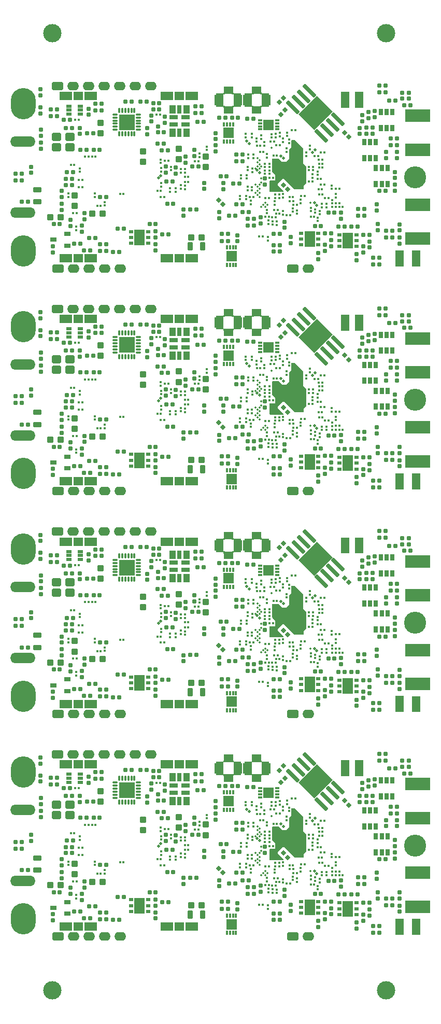
<source format=gbs>
G04*
G04 #@! TF.GenerationSoftware,Altium Limited,Altium Designer,19.1.6 (110)*
G04*
G04 Layer_Color=16711935*
%FSLAX44Y44*%
%MOMM*%
G71*
G01*
G75*
%ADD19C,0.3500*%
%ADD99R,1.7000X1.7000*%
%ADD130C,3.0000*%
%ADD131R,4.1000X2.1000*%
%ADD143R,2.1000X1.4000*%
%ADD144R,1.5000X1.4000*%
G04:AMPARAMS|DCode=148|XSize=1.1mm|YSize=1mm|CornerRadius=0.1625mm|HoleSize=0mm|Usage=FLASHONLY|Rotation=90.000|XOffset=0mm|YOffset=0mm|HoleType=Round|Shape=RoundedRectangle|*
%AMROUNDEDRECTD148*
21,1,1.1000,0.6750,0,0,90.0*
21,1,0.7750,1.0000,0,0,90.0*
1,1,0.3250,0.3375,0.3875*
1,1,0.3250,0.3375,-0.3875*
1,1,0.3250,-0.3375,-0.3875*
1,1,0.3250,-0.3375,0.3875*
%
%ADD148ROUNDEDRECTD148*%
G04:AMPARAMS|DCode=151|XSize=0.7mm|YSize=0.7mm|CornerRadius=0.11mm|HoleSize=0mm|Usage=FLASHONLY|Rotation=180.000|XOffset=0mm|YOffset=0mm|HoleType=Round|Shape=RoundedRectangle|*
%AMROUNDEDRECTD151*
21,1,0.7000,0.4800,0,0,180.0*
21,1,0.4800,0.7000,0,0,180.0*
1,1,0.2200,-0.2400,0.2400*
1,1,0.2200,0.2400,0.2400*
1,1,0.2200,0.2400,-0.2400*
1,1,0.2200,-0.2400,-0.2400*
%
%ADD151ROUNDEDRECTD151*%
%ADD158R,0.4000X0.4500*%
G04:AMPARAMS|DCode=159|XSize=0.7mm|YSize=1.1mm|CornerRadius=0.125mm|HoleSize=0mm|Usage=FLASHONLY|Rotation=270.000|XOffset=0mm|YOffset=0mm|HoleType=Round|Shape=RoundedRectangle|*
%AMROUNDEDRECTD159*
21,1,0.7000,0.8500,0,0,270.0*
21,1,0.4500,1.1000,0,0,270.0*
1,1,0.2500,-0.4250,-0.2250*
1,1,0.2500,-0.4250,0.2250*
1,1,0.2500,0.4250,0.2250*
1,1,0.2500,0.4250,-0.2250*
%
%ADD159ROUNDEDRECTD159*%
G04:AMPARAMS|DCode=162|XSize=0.7mm|YSize=0.7mm|CornerRadius=0.11mm|HoleSize=0mm|Usage=FLASHONLY|Rotation=90.000|XOffset=0mm|YOffset=0mm|HoleType=Round|Shape=RoundedRectangle|*
%AMROUNDEDRECTD162*
21,1,0.7000,0.4800,0,0,90.0*
21,1,0.4800,0.7000,0,0,90.0*
1,1,0.2200,0.2400,0.2400*
1,1,0.2200,0.2400,-0.2400*
1,1,0.2200,-0.2400,-0.2400*
1,1,0.2200,-0.2400,0.2400*
%
%ADD162ROUNDEDRECTD162*%
G04:AMPARAMS|DCode=163|XSize=0.6mm|YSize=0.7mm|CornerRadius=0.1mm|HoleSize=0mm|Usage=FLASHONLY|Rotation=270.000|XOffset=0mm|YOffset=0mm|HoleType=Round|Shape=RoundedRectangle|*
%AMROUNDEDRECTD163*
21,1,0.6000,0.5000,0,0,270.0*
21,1,0.4000,0.7000,0,0,270.0*
1,1,0.2000,-0.2500,-0.2000*
1,1,0.2000,-0.2500,0.2000*
1,1,0.2000,0.2500,0.2000*
1,1,0.2000,0.2500,-0.2000*
%
%ADD163ROUNDEDRECTD163*%
G04:AMPARAMS|DCode=164|XSize=0.6mm|YSize=0.7mm|CornerRadius=0.1mm|HoleSize=0mm|Usage=FLASHONLY|Rotation=0.000|XOffset=0mm|YOffset=0mm|HoleType=Round|Shape=RoundedRectangle|*
%AMROUNDEDRECTD164*
21,1,0.6000,0.5000,0,0,0.0*
21,1,0.4000,0.7000,0,0,0.0*
1,1,0.2000,0.2000,-0.2500*
1,1,0.2000,-0.2000,-0.2500*
1,1,0.2000,-0.2000,0.2500*
1,1,0.2000,0.2000,0.2500*
%
%ADD164ROUNDEDRECTD164*%
G04:AMPARAMS|DCode=165|XSize=1.4mm|YSize=0.9mm|CornerRadius=0.15mm|HoleSize=0mm|Usage=FLASHONLY|Rotation=270.000|XOffset=0mm|YOffset=0mm|HoleType=Round|Shape=RoundedRectangle|*
%AMROUNDEDRECTD165*
21,1,1.4000,0.6000,0,0,270.0*
21,1,1.1000,0.9000,0,0,270.0*
1,1,0.3000,-0.3000,-0.5500*
1,1,0.3000,-0.3000,0.5500*
1,1,0.3000,0.3000,0.5500*
1,1,0.3000,0.3000,-0.5500*
%
%ADD165ROUNDEDRECTD165*%
G04:AMPARAMS|DCode=166|XSize=1.1mm|YSize=1mm|CornerRadius=0.1625mm|HoleSize=0mm|Usage=FLASHONLY|Rotation=0.000|XOffset=0mm|YOffset=0mm|HoleType=Round|Shape=RoundedRectangle|*
%AMROUNDEDRECTD166*
21,1,1.1000,0.6750,0,0,0.0*
21,1,0.7750,1.0000,0,0,0.0*
1,1,0.3250,0.3875,-0.3375*
1,1,0.3250,-0.3875,-0.3375*
1,1,0.3250,-0.3875,0.3375*
1,1,0.3250,0.3875,0.3375*
%
%ADD166ROUNDEDRECTD166*%
%ADD170R,0.4500X0.4000*%
%ADD171O,1.9000X1.4000*%
G04:AMPARAMS|DCode=172|XSize=1.9mm|YSize=1.4mm|CornerRadius=0.375mm|HoleSize=0mm|Usage=FLASHONLY|Rotation=0.000|XOffset=0mm|YOffset=0mm|HoleType=Round|Shape=RoundedRectangle|*
%AMROUNDEDRECTD172*
21,1,1.9000,0.6500,0,0,0.0*
21,1,1.1500,1.4000,0,0,0.0*
1,1,0.7500,0.5750,-0.3250*
1,1,0.7500,-0.5750,-0.3250*
1,1,0.7500,-0.5750,0.3250*
1,1,0.7500,0.5750,0.3250*
%
%ADD172ROUNDEDRECTD172*%
%ADD173O,4.1000X1.7000*%
%ADD174C,3.6000*%
%ADD175O,4.1000X5.1000*%
G04:AMPARAMS|DCode=177|XSize=0.7mm|YSize=1.1mm|CornerRadius=0.125mm|HoleSize=0mm|Usage=FLASHONLY|Rotation=180.000|XOffset=0mm|YOffset=0mm|HoleType=Round|Shape=RoundedRectangle|*
%AMROUNDEDRECTD177*
21,1,0.7000,0.8500,0,0,180.0*
21,1,0.4500,1.1000,0,0,180.0*
1,1,0.2500,-0.2250,0.4250*
1,1,0.2500,0.2250,0.4250*
1,1,0.2500,0.2250,-0.4250*
1,1,0.2500,-0.2250,-0.4250*
%
%ADD177ROUNDEDRECTD177*%
%ADD178O,1.0000X0.3500*%
%ADD179O,0.3500X1.0000*%
%ADD180R,2.6000X2.6000*%
%ADD181R,0.9500X0.5000*%
G04:AMPARAMS|DCode=182|XSize=1.5mm|YSize=1.3mm|CornerRadius=0.2mm|HoleSize=0mm|Usage=FLASHONLY|Rotation=0.000|XOffset=0mm|YOffset=0mm|HoleType=Round|Shape=RoundedRectangle|*
%AMROUNDEDRECTD182*
21,1,1.5000,0.9000,0,0,0.0*
21,1,1.1000,1.3000,0,0,0.0*
1,1,0.4000,0.5500,-0.4500*
1,1,0.4000,-0.5500,-0.4500*
1,1,0.4000,-0.5500,0.4500*
1,1,0.4000,0.5500,0.4500*
%
%ADD182ROUNDEDRECTD182*%
%ADD183R,1.1000X1.4500*%
%ADD184R,1.4500X0.8000*%
%ADD185R,0.8000X1.4500*%
%ADD186R,0.4000X0.7500*%
%ADD187R,1.8000X1.8000*%
%ADD188R,0.3500X0.7250*%
G04:AMPARAMS|DCode=189|XSize=1.4mm|YSize=0.9mm|CornerRadius=0.15mm|HoleSize=0mm|Usage=FLASHONLY|Rotation=180.000|XOffset=0mm|YOffset=0mm|HoleType=Round|Shape=RoundedRectangle|*
%AMROUNDEDRECTD189*
21,1,1.4000,0.6000,0,0,180.0*
21,1,1.1000,0.9000,0,0,180.0*
1,1,0.3000,-0.5500,0.3000*
1,1,0.3000,0.5500,0.3000*
1,1,0.3000,0.5500,-0.3000*
1,1,0.3000,-0.5500,-0.3000*
%
%ADD189ROUNDEDRECTD189*%
G04:AMPARAMS|DCode=190|XSize=3.7mm|YSize=4.3mm|CornerRadius=0mm|HoleSize=0mm|Usage=FLASHONLY|Rotation=135.000|XOffset=0mm|YOffset=0mm|HoleType=Round|Shape=Rectangle|*
%AMROTATEDRECTD190*
4,1,4,2.8284,0.2121,-0.2121,-2.8284,-2.8284,-0.2121,0.2121,2.8284,2.8284,0.2121,0.0*
%
%ADD190ROTATEDRECTD190*%

G04:AMPARAMS|DCode=191|XSize=0.65mm|YSize=2.7mm|CornerRadius=0.1875mm|HoleSize=0mm|Usage=FLASHONLY|Rotation=225.000|XOffset=0mm|YOffset=0mm|HoleType=Round|Shape=RoundedRectangle|*
%AMROUNDEDRECTD191*
21,1,0.6500,2.3250,0,0,225.0*
21,1,0.2750,2.7000,0,0,225.0*
1,1,0.3750,-0.9192,0.7248*
1,1,0.3750,-0.7248,0.9192*
1,1,0.3750,0.9192,-0.7248*
1,1,0.3750,0.7248,-0.9192*
%
%ADD191ROUNDEDRECTD191*%
%ADD192R,0.8000X0.6000*%
%ADD193R,1.8000X2.6000*%
%ADD194R,1.3000X1.3000*%
%ADD195R,1.3000X2.2500*%
%ADD196R,1.6500X1.1000*%
%ADD197R,1.3000X1.7000*%
%ADD198R,1.0500X1.7000*%
%ADD199R,0.6000X0.6000*%
G04:AMPARAMS|DCode=200|XSize=0.7mm|YSize=0.7mm|CornerRadius=0.11mm|HoleSize=0mm|Usage=FLASHONLY|Rotation=225.000|XOffset=0mm|YOffset=0mm|HoleType=Round|Shape=RoundedRectangle|*
%AMROUNDEDRECTD200*
21,1,0.7000,0.4800,0,0,225.0*
21,1,0.4800,0.7000,0,0,225.0*
1,1,0.2200,-0.3394,0.0000*
1,1,0.2200,0.0000,0.3394*
1,1,0.2200,0.3394,0.0000*
1,1,0.2200,0.0000,-0.3394*
%
%ADD200ROUNDEDRECTD200*%
G04:AMPARAMS|DCode=201|XSize=0.6mm|YSize=0.7mm|CornerRadius=0.1mm|HoleSize=0mm|Usage=FLASHONLY|Rotation=315.000|XOffset=0mm|YOffset=0mm|HoleType=Round|Shape=RoundedRectangle|*
%AMROUNDEDRECTD201*
21,1,0.6000,0.5000,0,0,315.0*
21,1,0.4000,0.7000,0,0,315.0*
1,1,0.2000,-0.0354,-0.3182*
1,1,0.2000,-0.3182,-0.0354*
1,1,0.2000,0.0354,0.3182*
1,1,0.2000,0.3182,0.0354*
%
%ADD201ROUNDEDRECTD201*%
G04:AMPARAMS|DCode=202|XSize=0.7mm|YSize=0.7mm|CornerRadius=0.11mm|HoleSize=0mm|Usage=FLASHONLY|Rotation=135.000|XOffset=0mm|YOffset=0mm|HoleType=Round|Shape=RoundedRectangle|*
%AMROUNDEDRECTD202*
21,1,0.7000,0.4800,0,0,135.0*
21,1,0.4800,0.7000,0,0,135.0*
1,1,0.2200,0.0000,0.3394*
1,1,0.2200,0.3394,0.0000*
1,1,0.2200,0.0000,-0.3394*
1,1,0.2200,-0.3394,0.0000*
%
%ADD202ROUNDEDRECTD202*%
G04:AMPARAMS|DCode=203|XSize=0.4mm|YSize=0.45mm|CornerRadius=0mm|HoleSize=0mm|Usage=FLASHONLY|Rotation=225.000|XOffset=0mm|YOffset=0mm|HoleType=Round|Shape=Rectangle|*
%AMROTATEDRECTD203*
4,1,4,-0.0177,0.3005,0.3005,-0.0177,0.0177,-0.3005,-0.3005,0.0177,-0.0177,0.3005,0.0*
%
%ADD203ROTATEDRECTD203*%

G04:AMPARAMS|DCode=204|XSize=0.4mm|YSize=0.45mm|CornerRadius=0mm|HoleSize=0mm|Usage=FLASHONLY|Rotation=315.000|XOffset=0mm|YOffset=0mm|HoleType=Round|Shape=Rectangle|*
%AMROTATEDRECTD204*
4,1,4,-0.3005,-0.0177,0.0177,0.3005,0.3005,0.0177,-0.0177,-0.3005,-0.3005,-0.0177,0.0*
%
%ADD204ROTATEDRECTD204*%

%ADD205R,1.8000X1.8000*%
%ADD206R,0.7500X0.4000*%
G36*
X579524Y1387100D02*
X580000D01*
Y1386624D01*
X580002Y1386600D01*
X580002Y1377851D01*
X580002Y1377850D01*
X580000Y1377828D01*
Y1376125D01*
X580003Y1376100D01*
X580003Y1376100D01*
Y1361600D01*
X580000Y1361576D01*
Y1361100D01*
X579525D01*
X579500Y1361098D01*
X567000D01*
X566976Y1361100D01*
X566500D01*
Y1361576D01*
X566498Y1361600D01*
Y1376100D01*
X566498Y1376100D01*
X566500Y1376125D01*
Y1377828D01*
X566498Y1377850D01*
X566498Y1377851D01*
X566498Y1386600D01*
X566500Y1386624D01*
Y1387100D01*
X566976D01*
X567000Y1387103D01*
X573250Y1387103D01*
X579500Y1387103D01*
X579524Y1387100D01*
D02*
G37*
G36*
X556774D02*
X557250D01*
Y1386624D01*
X557252Y1386600D01*
X557252Y1377851D01*
X557252Y1377850D01*
X557250Y1377828D01*
Y1376125D01*
X557253Y1376100D01*
X557252Y1376100D01*
Y1361600D01*
X557250Y1361576D01*
Y1361100D01*
X556774D01*
X556750Y1361098D01*
X544250D01*
X544226Y1361100D01*
X543750D01*
Y1361576D01*
X543748Y1361600D01*
Y1376100D01*
X543748Y1376100D01*
X543750Y1376125D01*
Y1377828D01*
X543748Y1377850D01*
X543748Y1377851D01*
X543748Y1386600D01*
X543750Y1386624D01*
Y1387100D01*
X544226D01*
X544250Y1387103D01*
X550500Y1387103D01*
X556750Y1387103D01*
X556774Y1387100D01*
D02*
G37*
G36*
X414500Y1386100D02*
Y1383600D01*
X411750D01*
Y1386600D01*
X414500D01*
Y1386100D01*
D02*
G37*
G36*
X401500Y1383600D02*
X398500D01*
Y1383600D01*
X398000D01*
Y1386100D01*
X398500D01*
Y1386350D01*
X401500D01*
Y1383600D01*
D02*
G37*
G36*
X354250Y1386100D02*
X354500D01*
Y1383600D01*
X352000D01*
Y1386100D01*
X352000D01*
Y1386100D01*
X354250D01*
Y1386100D01*
D02*
G37*
G36*
X367750Y1386100D02*
X368500D01*
Y1383600D01*
X366000D01*
Y1383600D01*
X365250D01*
Y1386350D01*
X367750D01*
Y1386100D01*
D02*
G37*
G36*
X400500Y1364600D02*
X400750D01*
Y1362100D01*
X398500D01*
Y1362100D01*
X398000D01*
Y1364600D01*
X400500D01*
Y1364600D01*
D02*
G37*
G36*
X414500Y1362100D02*
Y1361850D01*
X411500D01*
Y1364600D01*
X412000D01*
Y1364600D01*
X414500D01*
Y1362100D01*
D02*
G37*
G36*
X367750Y1364600D02*
X368500D01*
Y1362100D01*
X367750D01*
Y1361350D01*
X365750D01*
Y1364600D01*
X367750D01*
Y1364600D01*
D02*
G37*
G36*
X354500Y1360850D02*
X352000D01*
Y1362100D01*
X352000D01*
Y1364600D01*
X352000D01*
Y1364600D01*
X354500D01*
Y1360850D01*
D02*
G37*
G36*
X468545Y1308352D02*
X468594Y1308347D01*
X468667Y1308325D01*
X468689Y1308318D01*
X468775Y1308272D01*
X468852Y1308209D01*
X468852Y1308209D01*
X482230Y1294830D01*
X482293Y1294754D01*
X482339Y1294668D01*
X482368Y1294573D01*
X482373Y1294524D01*
X482377Y1294475D01*
X482377Y1294475D01*
X482377Y1270464D01*
X487105Y1265737D01*
X487105Y1265736D01*
X487133Y1265702D01*
X487168Y1265660D01*
X487214Y1265574D01*
X487243Y1265479D01*
X487248Y1265430D01*
X487253Y1265381D01*
X487252Y1265381D01*
Y1238350D01*
X487243Y1238252D01*
X487221Y1238180D01*
X487214Y1238158D01*
X487168Y1238071D01*
X487105Y1237995D01*
X487105Y1237995D01*
X483284Y1234173D01*
X483284Y1228850D01*
X483274Y1228752D01*
X483245Y1228658D01*
X483199Y1228571D01*
X483136Y1228495D01*
X483060Y1228432D01*
X482973Y1228386D01*
X482879Y1228357D01*
X482781Y1228348D01*
X467751Y1228348D01*
X467750Y1228348D01*
X467661Y1228357D01*
X467652Y1228357D01*
X467558Y1228386D01*
X467471Y1228432D01*
X467429Y1228467D01*
X467395Y1228495D01*
X467395Y1228495D01*
X450792Y1245098D01*
X448458Y1245098D01*
X440252Y1236892D01*
X440252Y1234979D01*
X449855Y1225376D01*
X449855Y1225376D01*
X449883Y1225341D01*
X449918Y1225300D01*
X449964Y1225213D01*
X449993Y1225118D01*
X450003Y1225021D01*
X450002Y1225020D01*
Y1224350D01*
X449993Y1224252D01*
X449964Y1224158D01*
X449918Y1224071D01*
X449855Y1223995D01*
X449779Y1223932D01*
X449692Y1223886D01*
X449598Y1223857D01*
X449500Y1223848D01*
X428000D01*
X427902Y1223857D01*
X427808Y1223886D01*
X427721Y1223932D01*
X427645Y1223995D01*
X427582Y1224071D01*
X427536Y1224158D01*
X427507Y1224252D01*
X427498Y1224350D01*
Y1241850D01*
X427507Y1241948D01*
X427536Y1242042D01*
X427582Y1242129D01*
X427645Y1242205D01*
X427721Y1242268D01*
X427808Y1242314D01*
X427902Y1242343D01*
X428000Y1242353D01*
X436598Y1242353D01*
X436598Y1251146D01*
X431895Y1255849D01*
X431832Y1255925D01*
X431786Y1256012D01*
X431779Y1256034D01*
X431757Y1256106D01*
X431753Y1256155D01*
X431748Y1256204D01*
X431748Y1256205D01*
X431748Y1278100D01*
X431757Y1278198D01*
X431786Y1278292D01*
X431832Y1278379D01*
X431895Y1278456D01*
X431971Y1278518D01*
X432058Y1278564D01*
X432152Y1278593D01*
X432250Y1278603D01*
X441750D01*
X441750D01*
D01*
X441759Y1278602D01*
X441848Y1278593D01*
X441942Y1278564D01*
X441983Y1278543D01*
X442029Y1278518D01*
X442064Y1278490D01*
X442105Y1278456D01*
X442106Y1278455D01*
X447708Y1272853D01*
X454542Y1272853D01*
X459247Y1277558D01*
X459248Y1292600D01*
X459248Y1292600D01*
X459253Y1292649D01*
X459257Y1292698D01*
X459279Y1292771D01*
X459286Y1292793D01*
X459332Y1292879D01*
X459395Y1292956D01*
X462998Y1296559D01*
Y1307854D01*
X463008Y1307952D01*
X463036Y1308046D01*
X463083Y1308133D01*
X463145Y1308209D01*
X463221Y1308272D01*
X463308Y1308318D01*
X463402Y1308347D01*
X463500Y1308356D01*
X468496Y1308356D01*
X468496Y1308356D01*
X468545Y1308352D01*
D02*
G37*
G36*
X645525Y1128100D02*
X646000D01*
Y1127624D01*
X646002Y1127600D01*
X646002Y1118851D01*
X646002Y1118850D01*
X646000Y1118828D01*
Y1117125D01*
X646003Y1117100D01*
X646002Y1117100D01*
Y1102600D01*
X646000Y1102576D01*
Y1102100D01*
X645525D01*
X645500Y1102098D01*
X633000D01*
X632976Y1102100D01*
X632500D01*
Y1102576D01*
X632498Y1102600D01*
Y1117100D01*
X632498Y1117100D01*
X632500Y1117125D01*
Y1118828D01*
X632498Y1118850D01*
X632498Y1118851D01*
X632498Y1127600D01*
X632500Y1127624D01*
Y1128100D01*
X632976D01*
X633000Y1128103D01*
X639250Y1128103D01*
X645500Y1128103D01*
X645525Y1128100D01*
D02*
G37*
G36*
X672775Y1128040D02*
X673250D01*
Y1127564D01*
X673252Y1127540D01*
X673252Y1118791D01*
X673252Y1118790D01*
X673250Y1118768D01*
Y1117065D01*
X673252Y1117040D01*
X673252Y1117040D01*
Y1102540D01*
X673250Y1102515D01*
Y1102040D01*
X672775D01*
X672750Y1102038D01*
X660250D01*
X660226Y1102040D01*
X659750D01*
Y1102515D01*
X659748Y1102540D01*
Y1117040D01*
X659748Y1117040D01*
X659750Y1117065D01*
Y1118768D01*
X659748Y1118790D01*
X659748Y1118791D01*
X659748Y1127540D01*
X659750Y1127564D01*
Y1128040D01*
X660226D01*
X660250Y1128043D01*
X666500Y1128043D01*
X672750Y1128043D01*
X672775Y1128040D01*
D02*
G37*
G36*
X579524Y1023400D02*
X580000D01*
Y1022924D01*
X580002Y1022900D01*
X580002Y1014151D01*
X580002Y1014150D01*
X580000Y1014128D01*
Y1012425D01*
X580003Y1012400D01*
X580003Y1012400D01*
Y997900D01*
X580000Y997876D01*
Y997400D01*
X579525D01*
X579500Y997398D01*
X567000D01*
X566976Y997400D01*
X566500D01*
Y997876D01*
X566498Y997900D01*
Y1012400D01*
X566498Y1012400D01*
X566500Y1012425D01*
Y1014128D01*
X566498Y1014150D01*
X566498Y1014151D01*
X566498Y1022900D01*
X566500Y1022924D01*
Y1023400D01*
X566976D01*
X567000Y1023403D01*
X573250Y1023403D01*
X579500Y1023403D01*
X579524Y1023400D01*
D02*
G37*
G36*
X556774D02*
X557250D01*
Y1022924D01*
X557252Y1022900D01*
X557252Y1014151D01*
X557252Y1014150D01*
X557250Y1014128D01*
Y1012425D01*
X557253Y1012400D01*
X557252Y1012400D01*
Y997900D01*
X557250Y997876D01*
Y997400D01*
X556774D01*
X556750Y997398D01*
X544250D01*
X544226Y997400D01*
X543750D01*
Y997876D01*
X543748Y997900D01*
Y1012400D01*
X543748Y1012400D01*
X543750Y1012425D01*
Y1014128D01*
X543748Y1014150D01*
X543748Y1014151D01*
X543748Y1022900D01*
X543750Y1022924D01*
Y1023400D01*
X544226D01*
X544250Y1023403D01*
X550500Y1023403D01*
X556750Y1023403D01*
X556774Y1023400D01*
D02*
G37*
G36*
X414500Y1022400D02*
Y1019900D01*
X411750D01*
Y1022900D01*
X414500D01*
Y1022400D01*
D02*
G37*
G36*
X401500Y1019900D02*
X398500D01*
Y1019900D01*
X398000D01*
Y1022400D01*
X398500D01*
Y1022650D01*
X401500D01*
Y1019900D01*
D02*
G37*
G36*
X354250Y1022400D02*
X354500D01*
Y1019900D01*
X352000D01*
Y1022400D01*
X352000D01*
Y1022400D01*
X354250D01*
Y1022400D01*
D02*
G37*
G36*
X367750Y1022400D02*
X368500D01*
Y1019900D01*
X366000D01*
Y1019900D01*
X365250D01*
Y1022650D01*
X367750D01*
Y1022400D01*
D02*
G37*
G36*
X400500Y1000900D02*
X400750D01*
Y998400D01*
X398500D01*
Y998400D01*
X398000D01*
Y1000900D01*
X400500D01*
Y1000900D01*
D02*
G37*
G36*
X414500Y998400D02*
Y998150D01*
X411500D01*
Y1000900D01*
X412000D01*
Y1000900D01*
X414500D01*
Y998400D01*
D02*
G37*
G36*
X367750Y1000900D02*
X368500D01*
Y998400D01*
X367750D01*
Y997650D01*
X365750D01*
Y1000900D01*
X367750D01*
Y1000900D01*
D02*
G37*
G36*
X354500Y997150D02*
X352000D01*
Y998400D01*
X352000D01*
Y1000900D01*
X352000D01*
Y1000900D01*
X354500D01*
Y997150D01*
D02*
G37*
G36*
X468545Y944652D02*
X468594Y944647D01*
X468667Y944625D01*
X468689Y944618D01*
X468775Y944572D01*
X468852Y944509D01*
X468852Y944509D01*
X482230Y931130D01*
X482293Y931054D01*
X482339Y930967D01*
X482368Y930873D01*
X482373Y930824D01*
X482377Y930775D01*
X482377Y930775D01*
X482377Y906764D01*
X487105Y902037D01*
X487105Y902036D01*
X487133Y902002D01*
X487168Y901960D01*
X487214Y901873D01*
X487243Y901779D01*
X487248Y901730D01*
X487253Y901681D01*
X487252Y901681D01*
Y874650D01*
X487243Y874552D01*
X487221Y874480D01*
X487214Y874458D01*
X487168Y874371D01*
X487105Y874295D01*
X487105Y874295D01*
X483284Y870473D01*
X483284Y865150D01*
X483274Y865052D01*
X483245Y864958D01*
X483199Y864871D01*
X483136Y864795D01*
X483060Y864732D01*
X482973Y864686D01*
X482879Y864657D01*
X482781Y864648D01*
X467751Y864648D01*
X467750Y864648D01*
X467661Y864657D01*
X467652Y864657D01*
X467558Y864686D01*
X467471Y864732D01*
X467429Y864767D01*
X467395Y864795D01*
X467395Y864795D01*
X450792Y881398D01*
X448458Y881398D01*
X440252Y873192D01*
X440252Y871279D01*
X449855Y861676D01*
X449855Y861676D01*
X449883Y861641D01*
X449918Y861600D01*
X449964Y861513D01*
X449993Y861419D01*
X450003Y861320D01*
X450002Y861320D01*
Y860650D01*
X449993Y860552D01*
X449964Y860458D01*
X449918Y860371D01*
X449855Y860295D01*
X449779Y860232D01*
X449692Y860186D01*
X449598Y860157D01*
X449500Y860148D01*
X428000D01*
X427902Y860157D01*
X427808Y860186D01*
X427721Y860232D01*
X427645Y860295D01*
X427582Y860371D01*
X427536Y860458D01*
X427507Y860552D01*
X427498Y860650D01*
Y878150D01*
X427507Y878248D01*
X427536Y878342D01*
X427582Y878429D01*
X427645Y878505D01*
X427721Y878568D01*
X427808Y878614D01*
X427902Y878643D01*
X428000Y878652D01*
X436598Y878652D01*
X436598Y887446D01*
X431895Y892149D01*
X431832Y892225D01*
X431786Y892312D01*
X431779Y892334D01*
X431757Y892406D01*
X431753Y892455D01*
X431748Y892504D01*
X431748Y892505D01*
X431748Y914400D01*
X431757Y914498D01*
X431786Y914592D01*
X431832Y914679D01*
X431895Y914755D01*
X431971Y914818D01*
X432058Y914864D01*
X432152Y914893D01*
X432250Y914902D01*
X441750D01*
X441750D01*
D01*
X441759Y914902D01*
X441848Y914893D01*
X441942Y914864D01*
X441983Y914843D01*
X442029Y914818D01*
X442064Y914790D01*
X442105Y914755D01*
X442106Y914755D01*
X447708Y909153D01*
X454542Y909153D01*
X459247Y913858D01*
X459248Y928900D01*
X459248Y928900D01*
X459253Y928949D01*
X459257Y928998D01*
X459279Y929071D01*
X459286Y929092D01*
X459332Y929179D01*
X459395Y929256D01*
X462998Y932859D01*
Y944154D01*
X463008Y944252D01*
X463036Y944346D01*
X463083Y944433D01*
X463145Y944509D01*
X463221Y944572D01*
X463308Y944618D01*
X463402Y944647D01*
X463500Y944656D01*
X468496Y944656D01*
X468496Y944656D01*
X468545Y944652D01*
D02*
G37*
G36*
X645525Y764400D02*
X646000D01*
Y763924D01*
X646002Y763900D01*
X646002Y755151D01*
X646002Y755151D01*
X646000Y755128D01*
Y753425D01*
X646003Y753400D01*
X646002Y753400D01*
Y738900D01*
X646000Y738876D01*
Y738400D01*
X645525D01*
X645500Y738398D01*
X633000D01*
X632976Y738400D01*
X632500D01*
Y738876D01*
X632498Y738900D01*
Y753400D01*
X632498Y753400D01*
X632500Y753425D01*
Y755128D01*
X632498Y755151D01*
X632498Y755151D01*
X632498Y763900D01*
X632500Y763924D01*
Y764400D01*
X632976D01*
X633000Y764403D01*
X639250Y764403D01*
X645500Y764403D01*
X645525Y764400D01*
D02*
G37*
G36*
X672775Y764340D02*
X673250D01*
Y763864D01*
X673252Y763840D01*
X673252Y755090D01*
X673252Y755090D01*
X673250Y755068D01*
Y753365D01*
X673252Y753340D01*
X673252Y753340D01*
Y738840D01*
X673250Y738816D01*
Y738340D01*
X672775D01*
X672750Y738338D01*
X660250D01*
X660226Y738340D01*
X659750D01*
Y738816D01*
X659748Y738840D01*
Y753340D01*
X659748Y753340D01*
X659750Y753365D01*
Y755068D01*
X659748Y755090D01*
X659748Y755090D01*
X659748Y763840D01*
X659750Y763864D01*
Y764340D01*
X660226D01*
X660250Y764342D01*
X666500Y764342D01*
X672750Y764342D01*
X672775Y764340D01*
D02*
G37*
G36*
X579524Y659700D02*
X580000D01*
Y659224D01*
X580002Y659200D01*
X580002Y650451D01*
X580002Y650450D01*
X580000Y650428D01*
Y648725D01*
X580003Y648700D01*
X580003Y648700D01*
Y634200D01*
X580000Y634176D01*
Y633700D01*
X579525D01*
X579500Y633698D01*
X567000D01*
X566976Y633700D01*
X566500D01*
Y634176D01*
X566498Y634200D01*
Y648700D01*
X566498Y648700D01*
X566500Y648725D01*
Y650428D01*
X566498Y650450D01*
X566498Y650451D01*
X566498Y659200D01*
X566500Y659224D01*
Y659700D01*
X566976D01*
X567000Y659703D01*
X573250Y659703D01*
X579500Y659703D01*
X579524Y659700D01*
D02*
G37*
G36*
X556774D02*
X557250D01*
Y659224D01*
X557252Y659200D01*
X557252Y650451D01*
X557252Y650450D01*
X557250Y650428D01*
Y648725D01*
X557253Y648700D01*
X557252Y648700D01*
Y634200D01*
X557250Y634176D01*
Y633700D01*
X556774D01*
X556750Y633698D01*
X544250D01*
X544226Y633700D01*
X543750D01*
Y634176D01*
X543748Y634200D01*
Y648700D01*
X543748Y648700D01*
X543750Y648725D01*
Y650428D01*
X543748Y650450D01*
X543748Y650451D01*
X543748Y659200D01*
X543750Y659224D01*
Y659700D01*
X544226D01*
X544250Y659703D01*
X550500Y659703D01*
X556750Y659703D01*
X556774Y659700D01*
D02*
G37*
G36*
X414500Y658700D02*
Y656200D01*
X411750D01*
Y659200D01*
X414500D01*
Y658700D01*
D02*
G37*
G36*
X401500Y656200D02*
X398500D01*
Y656200D01*
X398000D01*
Y658700D01*
X398500D01*
Y658950D01*
X401500D01*
Y656200D01*
D02*
G37*
G36*
X354250Y658700D02*
X354500D01*
Y656200D01*
X352000D01*
Y658700D01*
X352000D01*
Y658700D01*
X354250D01*
Y658700D01*
D02*
G37*
G36*
X367750Y658700D02*
X368500D01*
Y656200D01*
X366000D01*
Y656200D01*
X365250D01*
Y658950D01*
X367750D01*
Y658700D01*
D02*
G37*
G36*
X400500Y637200D02*
X400750D01*
Y634700D01*
X398500D01*
Y634700D01*
X398000D01*
Y637200D01*
X400500D01*
Y637200D01*
D02*
G37*
G36*
X414500Y634700D02*
Y634450D01*
X411500D01*
Y637200D01*
X412000D01*
Y637200D01*
X414500D01*
Y634700D01*
D02*
G37*
G36*
X367750Y637200D02*
X368500D01*
Y634700D01*
X367750D01*
Y633950D01*
X365750D01*
Y637200D01*
X367750D01*
Y637200D01*
D02*
G37*
G36*
X354500Y633450D02*
X352000D01*
Y634700D01*
X352000D01*
Y637200D01*
X352000D01*
Y637200D01*
X354500D01*
Y633450D01*
D02*
G37*
G36*
X468545Y580951D02*
X468594Y580947D01*
X468667Y580925D01*
X468689Y580918D01*
X468775Y580872D01*
X468852Y580809D01*
X468852Y580809D01*
X482230Y567430D01*
X482293Y567354D01*
X482339Y567267D01*
X482368Y567173D01*
X482373Y567124D01*
X482377Y567075D01*
X482377Y567075D01*
X482377Y543064D01*
X487105Y538336D01*
X487105Y538336D01*
X487133Y538302D01*
X487168Y538260D01*
X487214Y538173D01*
X487243Y538079D01*
X487248Y538030D01*
X487253Y537981D01*
X487252Y537981D01*
Y510950D01*
X487243Y510852D01*
X487221Y510780D01*
X487214Y510758D01*
X487168Y510671D01*
X487105Y510595D01*
X487105Y510595D01*
X483284Y506773D01*
X483284Y501450D01*
X483274Y501352D01*
X483245Y501258D01*
X483199Y501171D01*
X483136Y501095D01*
X483060Y501032D01*
X482973Y500986D01*
X482879Y500957D01*
X482781Y500948D01*
X467751Y500948D01*
X467750Y500948D01*
X467661Y500956D01*
X467652Y500957D01*
X467558Y500986D01*
X467471Y501032D01*
X467429Y501067D01*
X467395Y501095D01*
X467395Y501095D01*
X450792Y517698D01*
X448458Y517698D01*
X440252Y509492D01*
X440252Y507579D01*
X449855Y497976D01*
X449855Y497976D01*
X449883Y497941D01*
X449918Y497900D01*
X449964Y497813D01*
X449993Y497718D01*
X450003Y497620D01*
X450002Y497620D01*
Y496950D01*
X449993Y496852D01*
X449964Y496758D01*
X449918Y496671D01*
X449855Y496595D01*
X449779Y496532D01*
X449692Y496486D01*
X449598Y496457D01*
X449500Y496448D01*
X428000D01*
X427902Y496457D01*
X427808Y496486D01*
X427721Y496532D01*
X427645Y496595D01*
X427582Y496671D01*
X427536Y496758D01*
X427507Y496852D01*
X427498Y496950D01*
Y514450D01*
X427507Y514548D01*
X427536Y514642D01*
X427582Y514729D01*
X427645Y514805D01*
X427721Y514868D01*
X427808Y514914D01*
X427902Y514943D01*
X428000Y514952D01*
X436598Y514952D01*
X436598Y523746D01*
X431895Y528449D01*
X431832Y528525D01*
X431786Y528612D01*
X431779Y528634D01*
X431757Y528706D01*
X431753Y528755D01*
X431748Y528804D01*
X431748Y528805D01*
X431748Y550700D01*
X431757Y550798D01*
X431786Y550892D01*
X431832Y550979D01*
X431895Y551055D01*
X431971Y551118D01*
X432058Y551164D01*
X432152Y551193D01*
X432250Y551203D01*
X441750D01*
X441750D01*
D01*
X441759Y551202D01*
X441848Y551193D01*
X441942Y551164D01*
X441983Y551143D01*
X442029Y551118D01*
X442064Y551090D01*
X442105Y551055D01*
X442106Y551055D01*
X447708Y545452D01*
X454542Y545452D01*
X459247Y550158D01*
X459248Y565200D01*
X459248Y565200D01*
X459253Y565249D01*
X459257Y565298D01*
X459279Y565370D01*
X459286Y565392D01*
X459332Y565479D01*
X459395Y565555D01*
X462998Y569159D01*
Y580454D01*
X463008Y580552D01*
X463036Y580646D01*
X463083Y580733D01*
X463145Y580809D01*
X463221Y580872D01*
X463308Y580918D01*
X463402Y580947D01*
X463500Y580956D01*
X468496Y580956D01*
X468496Y580956D01*
X468545Y580951D01*
D02*
G37*
G36*
X645525Y400700D02*
X646000D01*
Y400224D01*
X646002Y400200D01*
X646002Y391451D01*
X646002Y391450D01*
X646000Y391428D01*
Y389725D01*
X646003Y389700D01*
X646002Y389700D01*
Y375200D01*
X646000Y375176D01*
Y374700D01*
X645525D01*
X645500Y374698D01*
X633000D01*
X632976Y374700D01*
X632500D01*
Y375176D01*
X632498Y375200D01*
Y389700D01*
X632498Y389700D01*
X632500Y389725D01*
Y391428D01*
X632498Y391450D01*
X632498Y391451D01*
X632498Y400200D01*
X632500Y400224D01*
Y400700D01*
X632976D01*
X633000Y400703D01*
X639250Y400703D01*
X645500Y400703D01*
X645525Y400700D01*
D02*
G37*
G36*
X672775Y400640D02*
X673250D01*
Y400164D01*
X673252Y400140D01*
X673252Y391390D01*
X673252Y391390D01*
X673250Y391368D01*
Y389665D01*
X673252Y389640D01*
X673252Y389640D01*
Y375140D01*
X673250Y375115D01*
Y374640D01*
X672775D01*
X672750Y374637D01*
X660250D01*
X660226Y374640D01*
X659750D01*
Y375115D01*
X659748Y375140D01*
Y389640D01*
X659748Y389640D01*
X659750Y389665D01*
Y391368D01*
X659748Y391390D01*
X659748Y391390D01*
X659748Y400140D01*
X659750Y400164D01*
Y400640D01*
X660226D01*
X660250Y400642D01*
X666500Y400642D01*
X672750Y400642D01*
X672775Y400640D01*
D02*
G37*
G36*
X579524Y296000D02*
X580000D01*
Y295524D01*
X580002Y295500D01*
X580002Y286751D01*
X580002Y286750D01*
X580000Y286728D01*
Y285025D01*
X580003Y285000D01*
X580003Y285000D01*
Y270500D01*
X580000Y270476D01*
Y270000D01*
X579525D01*
X579500Y269998D01*
X567000D01*
X566976Y270000D01*
X566500D01*
Y270476D01*
X566498Y270500D01*
Y285000D01*
X566498Y285000D01*
X566500Y285025D01*
Y286728D01*
X566498Y286750D01*
X566498Y286751D01*
X566498Y295500D01*
X566500Y295524D01*
Y296000D01*
X566976D01*
X567000Y296003D01*
X573250Y296003D01*
X579500Y296003D01*
X579524Y296000D01*
D02*
G37*
G36*
X556774D02*
X557250D01*
Y295524D01*
X557252Y295500D01*
X557252Y286751D01*
X557252Y286750D01*
X557250Y286728D01*
Y285025D01*
X557253Y285000D01*
X557252Y285000D01*
Y270500D01*
X557250Y270476D01*
Y270000D01*
X556774D01*
X556750Y269998D01*
X544250D01*
X544226Y270000D01*
X543750D01*
Y270476D01*
X543748Y270500D01*
Y285000D01*
X543748Y285000D01*
X543750Y285025D01*
Y286728D01*
X543748Y286750D01*
X543748Y286751D01*
X543748Y295500D01*
X543750Y295524D01*
Y296000D01*
X544226D01*
X544250Y296003D01*
X550500Y296003D01*
X556750Y296003D01*
X556774Y296000D01*
D02*
G37*
G36*
X414500Y295000D02*
Y292500D01*
X411750D01*
Y295500D01*
X414500D01*
Y295000D01*
D02*
G37*
G36*
X401500Y292500D02*
X398500D01*
Y292500D01*
X398000D01*
Y295000D01*
X398500D01*
Y295250D01*
X401500D01*
Y292500D01*
D02*
G37*
G36*
X354250Y295000D02*
X354500D01*
Y292500D01*
X352000D01*
Y295000D01*
X352000D01*
Y295000D01*
X354250D01*
Y295000D01*
D02*
G37*
G36*
X367750Y295000D02*
X368500D01*
Y292500D01*
X366000D01*
Y292500D01*
X365250D01*
Y295250D01*
X367750D01*
Y295000D01*
D02*
G37*
G36*
X400500Y273500D02*
X400750D01*
Y271000D01*
X398500D01*
Y271000D01*
X398000D01*
Y273500D01*
X400500D01*
Y273500D01*
D02*
G37*
G36*
X414500Y271000D02*
Y270750D01*
X411500D01*
Y273500D01*
X412000D01*
Y273500D01*
X414500D01*
Y271000D01*
D02*
G37*
G36*
X367750Y273500D02*
X368500D01*
Y271000D01*
X367750D01*
Y270250D01*
X365750D01*
Y273500D01*
X367750D01*
Y273500D01*
D02*
G37*
G36*
X354500Y269750D02*
X352000D01*
Y271000D01*
X352000D01*
Y273500D01*
X352000D01*
Y273500D01*
X354500D01*
Y269750D01*
D02*
G37*
G36*
X468545Y217251D02*
X468594Y217247D01*
X468667Y217225D01*
X468689Y217218D01*
X468775Y217172D01*
X468852Y217109D01*
X468852Y217109D01*
X482230Y203730D01*
X482293Y203654D01*
X482339Y203567D01*
X482368Y203473D01*
X482373Y203424D01*
X482377Y203375D01*
X482377Y203375D01*
X482377Y179364D01*
X487105Y174636D01*
X487105Y174636D01*
X487133Y174602D01*
X487168Y174560D01*
X487214Y174473D01*
X487243Y174379D01*
X487248Y174330D01*
X487253Y174281D01*
X487252Y174281D01*
Y147250D01*
X487243Y147152D01*
X487221Y147080D01*
X487214Y147058D01*
X487168Y146971D01*
X487105Y146895D01*
X487105Y146895D01*
X483284Y143073D01*
X483284Y137750D01*
X483274Y137652D01*
X483245Y137558D01*
X483199Y137471D01*
X483136Y137395D01*
X483060Y137332D01*
X482973Y137286D01*
X482879Y137257D01*
X482781Y137247D01*
X467751Y137248D01*
X467750Y137248D01*
X467661Y137256D01*
X467652Y137257D01*
X467558Y137286D01*
X467471Y137332D01*
X467429Y137367D01*
X467395Y137395D01*
X467395Y137395D01*
X450792Y153998D01*
X448458Y153998D01*
X440252Y145792D01*
X440252Y143879D01*
X449855Y134276D01*
X449855Y134276D01*
X449883Y134241D01*
X449918Y134199D01*
X449964Y134113D01*
X449993Y134018D01*
X450003Y133920D01*
X450002Y133920D01*
Y133250D01*
X449993Y133152D01*
X449964Y133058D01*
X449918Y132971D01*
X449855Y132895D01*
X449779Y132832D01*
X449692Y132786D01*
X449598Y132757D01*
X449500Y132748D01*
X428000D01*
X427902Y132757D01*
X427808Y132786D01*
X427721Y132832D01*
X427645Y132895D01*
X427582Y132971D01*
X427536Y133058D01*
X427507Y133152D01*
X427498Y133250D01*
Y150750D01*
X427507Y150848D01*
X427536Y150942D01*
X427582Y151029D01*
X427645Y151105D01*
X427721Y151168D01*
X427808Y151214D01*
X427902Y151243D01*
X428000Y151252D01*
X436598Y151252D01*
X436598Y160046D01*
X431895Y164749D01*
X431832Y164825D01*
X431786Y164912D01*
X431779Y164934D01*
X431757Y165006D01*
X431753Y165055D01*
X431748Y165104D01*
X431748Y165105D01*
X431748Y187000D01*
X431757Y187098D01*
X431786Y187192D01*
X431832Y187279D01*
X431895Y187355D01*
X431971Y187418D01*
X432058Y187464D01*
X432152Y187493D01*
X432250Y187502D01*
X441750D01*
X441750D01*
D01*
X441759Y187502D01*
X441848Y187493D01*
X441942Y187464D01*
X441983Y187443D01*
X442029Y187418D01*
X442064Y187390D01*
X442105Y187355D01*
X442106Y187355D01*
X447708Y181752D01*
X454542Y181752D01*
X459247Y186458D01*
X459248Y201500D01*
X459248Y201500D01*
X459253Y201549D01*
X459257Y201598D01*
X459279Y201670D01*
X459286Y201692D01*
X459332Y201779D01*
X459395Y201855D01*
X462998Y205458D01*
Y216754D01*
X463008Y216852D01*
X463036Y216946D01*
X463083Y217033D01*
X463145Y217109D01*
X463221Y217171D01*
X463308Y217218D01*
X463402Y217247D01*
X463500Y217256D01*
X468496Y217256D01*
X468496Y217256D01*
X468545Y217251D01*
D02*
G37*
G36*
X645525Y37000D02*
X646000D01*
Y36524D01*
X646002Y36500D01*
X646002Y27751D01*
X646002Y27750D01*
X646000Y27728D01*
Y26025D01*
X646003Y26000D01*
X646002Y26000D01*
Y11500D01*
X646000Y11475D01*
Y11000D01*
X645525D01*
X645500Y10998D01*
X633000D01*
X632976Y11000D01*
X632500D01*
Y11475D01*
X632498Y11500D01*
Y26000D01*
X632498Y26000D01*
X632500Y26025D01*
Y27728D01*
X632498Y27750D01*
X632498Y27751D01*
X632498Y36500D01*
X632500Y36524D01*
Y37000D01*
X632976D01*
X633000Y37002D01*
X639250Y37002D01*
X645500Y37002D01*
X645525Y37000D01*
D02*
G37*
G36*
X672775Y36940D02*
X673250D01*
Y36464D01*
X673252Y36440D01*
X673252Y27690D01*
X673252Y27690D01*
X673250Y27668D01*
Y25965D01*
X673252Y25940D01*
X673252Y25940D01*
Y11440D01*
X673250Y11415D01*
Y10940D01*
X672775D01*
X672750Y10937D01*
X660250D01*
X660226Y10940D01*
X659750D01*
Y11415D01*
X659748Y11440D01*
Y25940D01*
X659748Y25940D01*
X659750Y25965D01*
Y27668D01*
X659748Y27690D01*
X659748Y27690D01*
X659748Y36440D01*
X659750Y36464D01*
Y36940D01*
X660226D01*
X660250Y36942D01*
X666500Y36942D01*
X672750Y36942D01*
X672775Y36940D01*
D02*
G37*
D19*
X420630Y108169D02*
D03*
X423960Y111500D02*
D03*
X410640Y144800D02*
D03*
X467250Y201410D02*
D03*
X430620Y204740D02*
D03*
X407310Y188090D02*
D03*
X410640Y131480D02*
D03*
X410640Y124820D02*
D03*
X413970Y148130D02*
D03*
X420630Y114830D02*
D03*
X410640Y171440D02*
D03*
X413970Y174770D02*
D03*
X407310Y181430D02*
D03*
X410640Y184760D02*
D03*
X407310Y141470D02*
D03*
X403980Y144800D02*
D03*
X407310Y128150D02*
D03*
X410640Y178100D02*
D03*
X413970Y108169D02*
D03*
X407310Y134810D02*
D03*
X410640Y138140D02*
D03*
X417300Y111500D02*
D03*
X413970Y154790D02*
D03*
X403980Y131480D02*
D03*
X470580Y198080D02*
D03*
X493890Y114830D02*
D03*
X403980Y171440D02*
D03*
X407310Y174770D02*
D03*
X420630Y471870D02*
D03*
X423960Y475200D02*
D03*
X410640Y508500D02*
D03*
X467250Y565110D02*
D03*
X430620Y568440D02*
D03*
X407310Y551790D02*
D03*
X410640Y495180D02*
D03*
X410640Y488520D02*
D03*
X413970Y511830D02*
D03*
X420630Y478530D02*
D03*
X410640Y535140D02*
D03*
X413970Y538470D02*
D03*
X407310Y545130D02*
D03*
X410640Y548460D02*
D03*
X407310Y505170D02*
D03*
X403980Y508500D02*
D03*
X407310Y491850D02*
D03*
X410640Y541800D02*
D03*
X413970Y471870D02*
D03*
X407310Y498510D02*
D03*
X410640Y501840D02*
D03*
X417300Y475200D02*
D03*
X413970Y518490D02*
D03*
X403980Y495180D02*
D03*
X470580Y561780D02*
D03*
X493890Y478530D02*
D03*
X403980Y535140D02*
D03*
X407310Y538470D02*
D03*
X420630Y835570D02*
D03*
X423960Y838900D02*
D03*
X410640Y872200D02*
D03*
X467250Y928810D02*
D03*
X430620Y932140D02*
D03*
X407310Y915490D02*
D03*
X410640Y858880D02*
D03*
X410640Y852220D02*
D03*
X413970Y875530D02*
D03*
X420630Y842230D02*
D03*
X410640Y898840D02*
D03*
X413970Y902170D02*
D03*
X407310Y908830D02*
D03*
X410640Y912160D02*
D03*
X407310Y868870D02*
D03*
X403980Y872200D02*
D03*
X407310Y855550D02*
D03*
X410640Y905500D02*
D03*
X413970Y835570D02*
D03*
X407310Y862210D02*
D03*
X410640Y865540D02*
D03*
X417300Y838900D02*
D03*
X413970Y882190D02*
D03*
X403980Y858880D02*
D03*
X470580Y925480D02*
D03*
X493890Y842230D02*
D03*
X403980Y898840D02*
D03*
X407310Y902170D02*
D03*
X420630Y1199270D02*
D03*
X423960Y1202600D02*
D03*
X410640Y1235900D02*
D03*
X467250Y1292510D02*
D03*
X430620Y1295840D02*
D03*
X407310Y1279190D02*
D03*
X410640Y1222580D02*
D03*
X410640Y1215920D02*
D03*
X413970Y1239230D02*
D03*
X420630Y1205930D02*
D03*
X410640Y1262540D02*
D03*
X413970Y1265870D02*
D03*
X407310Y1272530D02*
D03*
X410640Y1275860D02*
D03*
X407310Y1232570D02*
D03*
X403980Y1235900D02*
D03*
X407310Y1219250D02*
D03*
X410640Y1269200D02*
D03*
X413970Y1199270D02*
D03*
X407310Y1225910D02*
D03*
X410640Y1229240D02*
D03*
X417300Y1202600D02*
D03*
X413970Y1245890D02*
D03*
X403980Y1222580D02*
D03*
X470580Y1289180D02*
D03*
X493890Y1205930D02*
D03*
X403980Y1262540D02*
D03*
X407310Y1265870D02*
D03*
D99*
X360000Y229250D02*
D03*
Y592950D02*
D03*
Y956650D02*
D03*
Y1320350D02*
D03*
D130*
X71999Y1482800D02*
D03*
X617999D02*
D03*
X72000Y-80000D02*
D03*
X618000D02*
D03*
D131*
X669450Y56675D02*
D03*
Y112075D02*
D03*
Y201675D02*
D03*
Y257075D02*
D03*
Y420375D02*
D03*
Y475775D02*
D03*
Y565375D02*
D03*
Y620775D02*
D03*
Y784075D02*
D03*
Y839475D02*
D03*
Y929075D02*
D03*
Y984475D02*
D03*
Y1147775D02*
D03*
Y1203175D02*
D03*
Y1292775D02*
D03*
Y1348175D02*
D03*
D143*
X134750Y24250D02*
D03*
X94750D02*
D03*
X299750Y289250D02*
D03*
X259750D02*
D03*
X299750Y24250D02*
D03*
X259750D02*
D03*
X94750Y289250D02*
D03*
X134750D02*
D03*
Y387950D02*
D03*
X94750D02*
D03*
X299750Y652950D02*
D03*
X259750D02*
D03*
X299750Y387950D02*
D03*
X259750D02*
D03*
X94750Y652950D02*
D03*
X134750D02*
D03*
Y751650D02*
D03*
X94750D02*
D03*
X299750Y1016650D02*
D03*
X259750D02*
D03*
X299750Y751650D02*
D03*
X259750D02*
D03*
X94750Y1016650D02*
D03*
X134750D02*
D03*
Y1115350D02*
D03*
X94750D02*
D03*
X299750Y1380350D02*
D03*
X259750D02*
D03*
X299750Y1115350D02*
D03*
X259750D02*
D03*
X94750Y1380350D02*
D03*
X134750D02*
D03*
D144*
X114750Y24250D02*
D03*
X279750Y289250D02*
D03*
Y24250D02*
D03*
X114750Y289250D02*
D03*
Y387950D02*
D03*
X279750Y652950D02*
D03*
Y387950D02*
D03*
X114750Y652950D02*
D03*
Y751650D02*
D03*
X279750Y1016650D02*
D03*
Y751650D02*
D03*
X114750Y1016650D02*
D03*
Y1115350D02*
D03*
X279750Y1380350D02*
D03*
Y1115350D02*
D03*
X114750Y1380350D02*
D03*
D148*
X85750Y91750D02*
D03*
X68750D02*
D03*
X154250Y97250D02*
D03*
X137250D02*
D03*
X299000Y58750D02*
D03*
X316000D02*
D03*
X85750Y455450D02*
D03*
X68750D02*
D03*
X154250Y460950D02*
D03*
X137250D02*
D03*
X299000Y422450D02*
D03*
X316000D02*
D03*
X85750Y819150D02*
D03*
X68750D02*
D03*
X154250Y824650D02*
D03*
X137250D02*
D03*
X299000Y786150D02*
D03*
X316000D02*
D03*
X85750Y1182850D02*
D03*
X68750D02*
D03*
X154250Y1188350D02*
D03*
X137250D02*
D03*
X299000Y1149850D02*
D03*
X316000D02*
D03*
D151*
X53000Y261000D02*
D03*
Y271000D02*
D03*
X132000Y258750D02*
D03*
Y268750D02*
D03*
X37750Y174000D02*
D03*
Y164000D02*
D03*
X102000Y77500D02*
D03*
Y87500D02*
D03*
X241250Y58500D02*
D03*
Y68500D02*
D03*
X286349Y93851D02*
D03*
Y103851D02*
D03*
X590500Y42000D02*
D03*
Y52000D02*
D03*
X528115Y44305D02*
D03*
Y54305D02*
D03*
X569365Y21055D02*
D03*
Y31055D02*
D03*
X506865Y23305D02*
D03*
Y33305D02*
D03*
X244885Y240025D02*
D03*
Y230025D02*
D03*
X617250Y198250D02*
D03*
Y188250D02*
D03*
X631750Y165500D02*
D03*
Y155500D02*
D03*
X635000Y188250D02*
D03*
Y198250D02*
D03*
X578500Y258500D02*
D03*
Y248500D02*
D03*
X87750Y124250D02*
D03*
Y134250D02*
D03*
Y103250D02*
D03*
Y113250D02*
D03*
X320750Y137750D02*
D03*
Y147750D02*
D03*
X351750Y147500D02*
D03*
Y137500D02*
D03*
X339000Y219000D02*
D03*
Y229000D02*
D03*
X53750Y234250D02*
D03*
Y224250D02*
D03*
X117001Y237499D02*
D03*
Y227499D02*
D03*
X419760Y144714D02*
D03*
Y154714D02*
D03*
X233750Y257750D02*
D03*
Y247750D02*
D03*
X52885Y290250D02*
D03*
Y300250D02*
D03*
X654500Y295000D02*
D03*
Y285000D02*
D03*
X643500Y295000D02*
D03*
Y285000D02*
D03*
X344750Y100000D02*
D03*
Y90000D02*
D03*
X53000Y624700D02*
D03*
Y634700D02*
D03*
X132000Y622450D02*
D03*
Y632450D02*
D03*
X37750Y537700D02*
D03*
Y527700D02*
D03*
X102000Y441200D02*
D03*
Y451200D02*
D03*
X241250Y422200D02*
D03*
Y432200D02*
D03*
X286349Y457551D02*
D03*
Y467551D02*
D03*
X590500Y405700D02*
D03*
Y415700D02*
D03*
X528115Y408005D02*
D03*
Y418005D02*
D03*
X569365Y384755D02*
D03*
Y394755D02*
D03*
X506865Y387005D02*
D03*
Y397005D02*
D03*
X244885Y603725D02*
D03*
Y593725D02*
D03*
X617250Y561950D02*
D03*
Y551950D02*
D03*
X631750Y529200D02*
D03*
Y519200D02*
D03*
X635000Y551950D02*
D03*
Y561950D02*
D03*
X578500Y622200D02*
D03*
Y612200D02*
D03*
X87750Y487950D02*
D03*
Y497950D02*
D03*
Y466950D02*
D03*
Y476950D02*
D03*
X320750Y501450D02*
D03*
Y511450D02*
D03*
X351750Y511200D02*
D03*
Y501200D02*
D03*
X339000Y582700D02*
D03*
Y592700D02*
D03*
X53750Y597950D02*
D03*
Y587950D02*
D03*
X117001Y601199D02*
D03*
Y591199D02*
D03*
X419760Y508414D02*
D03*
Y518414D02*
D03*
X233750Y621450D02*
D03*
Y611450D02*
D03*
X52885Y653950D02*
D03*
Y663950D02*
D03*
X654500Y658700D02*
D03*
Y648700D02*
D03*
X643500Y658700D02*
D03*
Y648700D02*
D03*
X344750Y463700D02*
D03*
Y453700D02*
D03*
X53000Y988400D02*
D03*
Y998400D02*
D03*
X132000Y986150D02*
D03*
Y996150D02*
D03*
X37750Y901400D02*
D03*
Y891400D02*
D03*
X102000Y804900D02*
D03*
Y814900D02*
D03*
X241250Y785900D02*
D03*
Y795900D02*
D03*
X286349Y821251D02*
D03*
Y831251D02*
D03*
X590500Y769400D02*
D03*
Y779400D02*
D03*
X528115Y771705D02*
D03*
Y781705D02*
D03*
X569365Y748455D02*
D03*
Y758455D02*
D03*
X506865Y750705D02*
D03*
Y760705D02*
D03*
X244885Y967425D02*
D03*
Y957425D02*
D03*
X617250Y925650D02*
D03*
Y915650D02*
D03*
X631750Y892900D02*
D03*
Y882900D02*
D03*
X635000Y915650D02*
D03*
Y925650D02*
D03*
X578500Y985900D02*
D03*
Y975900D02*
D03*
X87750Y851650D02*
D03*
Y861650D02*
D03*
Y830650D02*
D03*
Y840650D02*
D03*
X320750Y865150D02*
D03*
Y875150D02*
D03*
X351750Y874900D02*
D03*
Y864900D02*
D03*
X339000Y946400D02*
D03*
Y956400D02*
D03*
X53750Y961650D02*
D03*
Y951650D02*
D03*
X117001Y964899D02*
D03*
Y954899D02*
D03*
X419760Y872114D02*
D03*
Y882114D02*
D03*
X233750Y985150D02*
D03*
Y975150D02*
D03*
X52885Y1017650D02*
D03*
Y1027650D02*
D03*
X654500Y1022400D02*
D03*
Y1012400D02*
D03*
X643500Y1022400D02*
D03*
Y1012400D02*
D03*
X344750Y827400D02*
D03*
Y817400D02*
D03*
X53000Y1352100D02*
D03*
Y1362100D02*
D03*
X132000Y1349850D02*
D03*
Y1359850D02*
D03*
X37750Y1265100D02*
D03*
Y1255100D02*
D03*
X102000Y1168600D02*
D03*
Y1178600D02*
D03*
X241250Y1149600D02*
D03*
Y1159600D02*
D03*
X286349Y1184951D02*
D03*
Y1194951D02*
D03*
X590500Y1133100D02*
D03*
Y1143100D02*
D03*
X528115Y1135405D02*
D03*
Y1145405D02*
D03*
X569365Y1112155D02*
D03*
Y1122155D02*
D03*
X506865Y1114405D02*
D03*
Y1124405D02*
D03*
X244885Y1331125D02*
D03*
Y1321125D02*
D03*
X617250Y1289350D02*
D03*
Y1279350D02*
D03*
X631750Y1256600D02*
D03*
Y1246600D02*
D03*
X635000Y1279350D02*
D03*
Y1289350D02*
D03*
X578500Y1349600D02*
D03*
Y1339600D02*
D03*
X87750Y1215350D02*
D03*
Y1225350D02*
D03*
Y1194350D02*
D03*
Y1204350D02*
D03*
X320750Y1228850D02*
D03*
Y1238850D02*
D03*
X351750Y1238600D02*
D03*
Y1228600D02*
D03*
X339000Y1310100D02*
D03*
Y1320100D02*
D03*
X53750Y1325350D02*
D03*
Y1315350D02*
D03*
X117001Y1328599D02*
D03*
Y1318599D02*
D03*
X419760Y1235814D02*
D03*
Y1245814D02*
D03*
X233750Y1348850D02*
D03*
Y1338850D02*
D03*
X52885Y1381350D02*
D03*
Y1391350D02*
D03*
X654500Y1386100D02*
D03*
Y1376100D02*
D03*
X643500Y1386100D02*
D03*
Y1376100D02*
D03*
X344750Y1191100D02*
D03*
Y1181100D02*
D03*
D158*
X440550Y103500D02*
D03*
X434950D02*
D03*
X256450Y183750D02*
D03*
X262050D02*
D03*
X121450Y152850D02*
D03*
X115850D02*
D03*
X121450Y140850D02*
D03*
X115850D02*
D03*
X111800Y98000D02*
D03*
X106200D02*
D03*
X288730Y157350D02*
D03*
X294330D02*
D03*
X249450Y124250D02*
D03*
X255050D02*
D03*
X288700Y149250D02*
D03*
X294300D02*
D03*
X243950Y134250D02*
D03*
X249550D02*
D03*
X310800Y183000D02*
D03*
X305200D02*
D03*
X131550Y190250D02*
D03*
X125950D02*
D03*
X183150Y129250D02*
D03*
X188750D02*
D03*
X142800Y190250D02*
D03*
X137200D02*
D03*
X410450Y60250D02*
D03*
X416050D02*
D03*
X494450Y92750D02*
D03*
X500050D02*
D03*
X465550Y124500D02*
D03*
X459950D02*
D03*
X466250Y111750D02*
D03*
X471850D02*
D03*
X431450Y91250D02*
D03*
X437050D02*
D03*
X460200Y118000D02*
D03*
X465800D02*
D03*
X460800Y94500D02*
D03*
X455200D02*
D03*
X479150Y126000D02*
D03*
X484750D02*
D03*
X541200Y108000D02*
D03*
X546800D02*
D03*
X535550D02*
D03*
X529950D02*
D03*
X497250Y150000D02*
D03*
X491650D02*
D03*
X510950Y197250D02*
D03*
X516550D02*
D03*
X463450Y233750D02*
D03*
X469050D02*
D03*
X535450Y137750D02*
D03*
X541050D02*
D03*
X439300Y192000D02*
D03*
X433700D02*
D03*
X508200Y179000D02*
D03*
X513800D02*
D03*
X501080Y191420D02*
D03*
X506680D02*
D03*
X513800Y172500D02*
D03*
X508200D02*
D03*
X115300Y250500D02*
D03*
X109700D02*
D03*
X145700Y110500D02*
D03*
X151300D02*
D03*
X108050Y176750D02*
D03*
X102450D02*
D03*
X507700Y185500D02*
D03*
X513300D02*
D03*
X400500Y124414D02*
D03*
X394900D02*
D03*
X412260Y208414D02*
D03*
X406660D02*
D03*
X427461Y155964D02*
D03*
X433060D02*
D03*
X444000Y209027D02*
D03*
X438400D02*
D03*
X434550Y215500D02*
D03*
X428950D02*
D03*
X511050Y154000D02*
D03*
X505450D02*
D03*
X516540Y145090D02*
D03*
X510940D02*
D03*
X507210Y136964D02*
D03*
X512810D02*
D03*
X508230Y128780D02*
D03*
X513830D02*
D03*
X541050Y114500D02*
D03*
X535450D02*
D03*
X443300Y97250D02*
D03*
X437700D02*
D03*
X426060Y91964D02*
D03*
X420460D02*
D03*
X248050Y259250D02*
D03*
X242450D02*
D03*
X523550Y123000D02*
D03*
X517950D02*
D03*
X411450Y198000D02*
D03*
X417050D02*
D03*
X420700Y122500D02*
D03*
X426300D02*
D03*
X440550Y467200D02*
D03*
X434950D02*
D03*
X256450Y547450D02*
D03*
X262050D02*
D03*
X121450Y516550D02*
D03*
X115850D02*
D03*
X121450Y504550D02*
D03*
X115850D02*
D03*
X111800Y461700D02*
D03*
X106200D02*
D03*
X288730Y521050D02*
D03*
X294330D02*
D03*
X249450Y487950D02*
D03*
X255050D02*
D03*
X288700Y512950D02*
D03*
X294300D02*
D03*
X243950Y497950D02*
D03*
X249550D02*
D03*
X310800Y546700D02*
D03*
X305200D02*
D03*
X131550Y553950D02*
D03*
X125950D02*
D03*
X183150Y492950D02*
D03*
X188750D02*
D03*
X142800Y553950D02*
D03*
X137200D02*
D03*
X410450Y423950D02*
D03*
X416050D02*
D03*
X494450Y456450D02*
D03*
X500050D02*
D03*
X465550Y488200D02*
D03*
X459950D02*
D03*
X466250Y475450D02*
D03*
X471850D02*
D03*
X431450Y454950D02*
D03*
X437050D02*
D03*
X460200Y481700D02*
D03*
X465800D02*
D03*
X460800Y458200D02*
D03*
X455200D02*
D03*
X479150Y489700D02*
D03*
X484750D02*
D03*
X541200Y471700D02*
D03*
X546800D02*
D03*
X535550D02*
D03*
X529950D02*
D03*
X497250Y513700D02*
D03*
X491650D02*
D03*
X510950Y560950D02*
D03*
X516550D02*
D03*
X463450Y597450D02*
D03*
X469050D02*
D03*
X535450Y501450D02*
D03*
X541050D02*
D03*
X439300Y555700D02*
D03*
X433700D02*
D03*
X508200Y542700D02*
D03*
X513800D02*
D03*
X501080Y555120D02*
D03*
X506680D02*
D03*
X513800Y536200D02*
D03*
X508200D02*
D03*
X115300Y614200D02*
D03*
X109700D02*
D03*
X145700Y474200D02*
D03*
X151300D02*
D03*
X108050Y540450D02*
D03*
X102450D02*
D03*
X507700Y549200D02*
D03*
X513300D02*
D03*
X400500Y488114D02*
D03*
X394900D02*
D03*
X412260Y572114D02*
D03*
X406660D02*
D03*
X427461Y519664D02*
D03*
X433060D02*
D03*
X444000Y572727D02*
D03*
X438400D02*
D03*
X434550Y579200D02*
D03*
X428950D02*
D03*
X511050Y517700D02*
D03*
X505450D02*
D03*
X516540Y508790D02*
D03*
X510940D02*
D03*
X507210Y500664D02*
D03*
X512810D02*
D03*
X508230Y492480D02*
D03*
X513830D02*
D03*
X541050Y478200D02*
D03*
X535450D02*
D03*
X443300Y460950D02*
D03*
X437700D02*
D03*
X426060Y455664D02*
D03*
X420460D02*
D03*
X248050Y622950D02*
D03*
X242450D02*
D03*
X523550Y486700D02*
D03*
X517950D02*
D03*
X411450Y561700D02*
D03*
X417050D02*
D03*
X420700Y486200D02*
D03*
X426300D02*
D03*
X440550Y830900D02*
D03*
X434950D02*
D03*
X256450Y911150D02*
D03*
X262050D02*
D03*
X121450Y880250D02*
D03*
X115850D02*
D03*
X121450Y868250D02*
D03*
X115850D02*
D03*
X111800Y825400D02*
D03*
X106200D02*
D03*
X288730Y884750D02*
D03*
X294330D02*
D03*
X249450Y851650D02*
D03*
X255050D02*
D03*
X288700Y876650D02*
D03*
X294300D02*
D03*
X243950Y861650D02*
D03*
X249550D02*
D03*
X310800Y910400D02*
D03*
X305200D02*
D03*
X131550Y917650D02*
D03*
X125950D02*
D03*
X183150Y856650D02*
D03*
X188750D02*
D03*
X142800Y917650D02*
D03*
X137200D02*
D03*
X410450Y787650D02*
D03*
X416050D02*
D03*
X494450Y820150D02*
D03*
X500050D02*
D03*
X465550Y851900D02*
D03*
X459950D02*
D03*
X466250Y839150D02*
D03*
X471850D02*
D03*
X431450Y818650D02*
D03*
X437050D02*
D03*
X460200Y845400D02*
D03*
X465800D02*
D03*
X460800Y821900D02*
D03*
X455200D02*
D03*
X479150Y853400D02*
D03*
X484750D02*
D03*
X541200Y835400D02*
D03*
X546800D02*
D03*
X535550D02*
D03*
X529950D02*
D03*
X497250Y877400D02*
D03*
X491650D02*
D03*
X510950Y924650D02*
D03*
X516550D02*
D03*
X463450Y961150D02*
D03*
X469050D02*
D03*
X535450Y865150D02*
D03*
X541050D02*
D03*
X439300Y919400D02*
D03*
X433700D02*
D03*
X508200Y906400D02*
D03*
X513800D02*
D03*
X501080Y918820D02*
D03*
X506680D02*
D03*
X513800Y899900D02*
D03*
X508200D02*
D03*
X115300Y977900D02*
D03*
X109700D02*
D03*
X145700Y837900D02*
D03*
X151300D02*
D03*
X108050Y904150D02*
D03*
X102450D02*
D03*
X507700Y912900D02*
D03*
X513300D02*
D03*
X400500Y851814D02*
D03*
X394900D02*
D03*
X412260Y935814D02*
D03*
X406660D02*
D03*
X427461Y883364D02*
D03*
X433060D02*
D03*
X444000Y936427D02*
D03*
X438400D02*
D03*
X434550Y942900D02*
D03*
X428950D02*
D03*
X511050Y881400D02*
D03*
X505450D02*
D03*
X516540Y872490D02*
D03*
X510940D02*
D03*
X507210Y864364D02*
D03*
X512810D02*
D03*
X508230Y856180D02*
D03*
X513830D02*
D03*
X541050Y841900D02*
D03*
X535450D02*
D03*
X443300Y824650D02*
D03*
X437700D02*
D03*
X426060Y819364D02*
D03*
X420460D02*
D03*
X248050Y986650D02*
D03*
X242450D02*
D03*
X523550Y850400D02*
D03*
X517950D02*
D03*
X411450Y925400D02*
D03*
X417050D02*
D03*
X420700Y849900D02*
D03*
X426300D02*
D03*
X440550Y1194600D02*
D03*
X434950D02*
D03*
X256450Y1274850D02*
D03*
X262050D02*
D03*
X121450Y1243950D02*
D03*
X115850D02*
D03*
X121450Y1231950D02*
D03*
X115850D02*
D03*
X111800Y1189100D02*
D03*
X106200D02*
D03*
X288730Y1248450D02*
D03*
X294330D02*
D03*
X249450Y1215350D02*
D03*
X255050D02*
D03*
X288700Y1240350D02*
D03*
X294300D02*
D03*
X243950Y1225350D02*
D03*
X249550D02*
D03*
X310800Y1274100D02*
D03*
X305200D02*
D03*
X131550Y1281350D02*
D03*
X125950D02*
D03*
X183150Y1220350D02*
D03*
X188750D02*
D03*
X142800Y1281350D02*
D03*
X137200D02*
D03*
X410450Y1151350D02*
D03*
X416050D02*
D03*
X494450Y1183850D02*
D03*
X500050D02*
D03*
X465550Y1215600D02*
D03*
X459950D02*
D03*
X466250Y1202850D02*
D03*
X471850D02*
D03*
X431450Y1182350D02*
D03*
X437050D02*
D03*
X460200Y1209100D02*
D03*
X465800D02*
D03*
X460800Y1185600D02*
D03*
X455200D02*
D03*
X479150Y1217100D02*
D03*
X484750D02*
D03*
X541200Y1199100D02*
D03*
X546800D02*
D03*
X535550D02*
D03*
X529950D02*
D03*
X497250Y1241100D02*
D03*
X491650D02*
D03*
X510950Y1288350D02*
D03*
X516550D02*
D03*
X463450Y1324850D02*
D03*
X469050D02*
D03*
X535450Y1228850D02*
D03*
X541050D02*
D03*
X439300Y1283100D02*
D03*
X433700D02*
D03*
X508200Y1270100D02*
D03*
X513800D02*
D03*
X501080Y1282520D02*
D03*
X506680D02*
D03*
X513800Y1263600D02*
D03*
X508200D02*
D03*
X115300Y1341600D02*
D03*
X109700D02*
D03*
X145700Y1201600D02*
D03*
X151300D02*
D03*
X108050Y1267850D02*
D03*
X102450D02*
D03*
X507700Y1276600D02*
D03*
X513300D02*
D03*
X400500Y1215514D02*
D03*
X394900D02*
D03*
X412260Y1299514D02*
D03*
X406660D02*
D03*
X427461Y1247064D02*
D03*
X433060D02*
D03*
X444000Y1300127D02*
D03*
X438400D02*
D03*
X434550Y1306600D02*
D03*
X428950D02*
D03*
X511050Y1245100D02*
D03*
X505450D02*
D03*
X516540Y1236190D02*
D03*
X510940D02*
D03*
X507210Y1228064D02*
D03*
X512810D02*
D03*
X508230Y1219880D02*
D03*
X513830D02*
D03*
X541050Y1205600D02*
D03*
X535450D02*
D03*
X443300Y1188351D02*
D03*
X437700D02*
D03*
X426060Y1183064D02*
D03*
X420460D02*
D03*
X248050Y1350350D02*
D03*
X242450D02*
D03*
X523550Y1214100D02*
D03*
X517950D02*
D03*
X411450Y1289100D02*
D03*
X417050D02*
D03*
X420700Y1213600D02*
D03*
X426300D02*
D03*
D159*
X97000Y64250D02*
D03*
Y45250D02*
D03*
X74000Y54750D02*
D03*
X97000Y427950D02*
D03*
Y408950D02*
D03*
X74000Y418450D02*
D03*
X97000Y791650D02*
D03*
Y772650D02*
D03*
X74000Y782150D02*
D03*
X97000Y1155350D02*
D03*
Y1136350D02*
D03*
X74000Y1145850D02*
D03*
D162*
X349000Y64750D02*
D03*
X359000D02*
D03*
X349000Y52750D02*
D03*
X359000D02*
D03*
X244250Y211750D02*
D03*
X254250D02*
D03*
X251000Y201000D02*
D03*
X261000D02*
D03*
X606750Y295250D02*
D03*
X616750D02*
D03*
X262250Y63750D02*
D03*
X252250D02*
D03*
X22525Y151705D02*
D03*
X12525D02*
D03*
X139500Y228750D02*
D03*
X129500D02*
D03*
X189250Y72500D02*
D03*
X179250D02*
D03*
X132500Y57250D02*
D03*
X142500D02*
D03*
X606500Y25250D02*
D03*
X596500D02*
D03*
X606500Y14250D02*
D03*
X596500D02*
D03*
X150250Y47500D02*
D03*
X160250D02*
D03*
X635000Y220250D02*
D03*
X625000D02*
D03*
X181250Y35000D02*
D03*
X171250D02*
D03*
X590615Y63055D02*
D03*
X580615D02*
D03*
X528115Y65305D02*
D03*
X518115D02*
D03*
X254750Y230000D02*
D03*
X244750D02*
D03*
X74500Y80250D02*
D03*
X84500D02*
D03*
X124000Y37500D02*
D03*
X134000D02*
D03*
X108000Y48500D02*
D03*
X118000D02*
D03*
X616750Y134250D02*
D03*
X606750D02*
D03*
X595250Y227500D02*
D03*
X585250Y227500D02*
D03*
X635000Y209250D02*
D03*
X625000D02*
D03*
X297500Y104000D02*
D03*
X307500D02*
D03*
X347214Y158600D02*
D03*
X357214D02*
D03*
X365750Y253750D02*
D03*
X375750D02*
D03*
X344750D02*
D03*
X354750D02*
D03*
X118000Y201750D02*
D03*
X128000D02*
D03*
X149750D02*
D03*
X139750D02*
D03*
X96000Y164750D02*
D03*
X106000D02*
D03*
X79750Y267250D02*
D03*
X69750D02*
D03*
X104250Y237500D02*
D03*
X94250D02*
D03*
X216250Y280250D02*
D03*
X226250D02*
D03*
X606750Y306250D02*
D03*
X616750D02*
D03*
X368010Y146214D02*
D03*
X378010D02*
D03*
X373260Y193714D02*
D03*
X383260D02*
D03*
X373223Y182750D02*
D03*
X383223D02*
D03*
X373000Y112777D02*
D03*
X383000D02*
D03*
X371000Y94277D02*
D03*
X361000D02*
D03*
X401500Y89027D02*
D03*
X391500D02*
D03*
X393500Y100027D02*
D03*
X383500D02*
D03*
X401510Y77964D02*
D03*
X391510D02*
D03*
X306000Y261750D02*
D03*
X316000D02*
D03*
X305944Y272913D02*
D03*
X315944D02*
D03*
X143000Y266000D02*
D03*
X153000D02*
D03*
X618000Y58780D02*
D03*
X628000D02*
D03*
X618000Y69750D02*
D03*
X628000D02*
D03*
X349000Y428450D02*
D03*
X359000D02*
D03*
X349000Y416450D02*
D03*
X359000D02*
D03*
X244250Y575450D02*
D03*
X254250D02*
D03*
X251000Y564700D02*
D03*
X261000D02*
D03*
X606750Y658950D02*
D03*
X616750D02*
D03*
X262250Y427450D02*
D03*
X252250D02*
D03*
X22525Y515405D02*
D03*
X12525D02*
D03*
X139500Y592450D02*
D03*
X129500D02*
D03*
X189250Y436200D02*
D03*
X179250D02*
D03*
X132500Y420950D02*
D03*
X142500D02*
D03*
X606500Y388950D02*
D03*
X596500D02*
D03*
X606500Y377950D02*
D03*
X596500D02*
D03*
X150250Y411200D02*
D03*
X160250D02*
D03*
X635000Y583950D02*
D03*
X625000D02*
D03*
X181250Y398700D02*
D03*
X171250D02*
D03*
X590615Y426755D02*
D03*
X580615D02*
D03*
X528115Y429005D02*
D03*
X518115D02*
D03*
X254750Y593700D02*
D03*
X244750D02*
D03*
X74500Y443950D02*
D03*
X84500D02*
D03*
X124000Y401200D02*
D03*
X134000D02*
D03*
X108000Y412200D02*
D03*
X118000D02*
D03*
X616750Y497950D02*
D03*
X606750D02*
D03*
X595250Y591200D02*
D03*
X585250Y591200D02*
D03*
X635000Y572950D02*
D03*
X625000D02*
D03*
X297500Y467700D02*
D03*
X307500D02*
D03*
X347214Y522300D02*
D03*
X357214D02*
D03*
X365750Y617450D02*
D03*
X375750D02*
D03*
X344750D02*
D03*
X354750D02*
D03*
X118000Y565450D02*
D03*
X128000D02*
D03*
X149750D02*
D03*
X139750D02*
D03*
X96000Y528450D02*
D03*
X106000D02*
D03*
X79750Y630950D02*
D03*
X69750D02*
D03*
X104250Y601200D02*
D03*
X94250D02*
D03*
X216250Y643950D02*
D03*
X226250D02*
D03*
X606750Y669950D02*
D03*
X616750D02*
D03*
X368010Y509914D02*
D03*
X378010D02*
D03*
X373260Y557414D02*
D03*
X383260D02*
D03*
X373223Y546450D02*
D03*
X383223D02*
D03*
X373000Y476477D02*
D03*
X383000D02*
D03*
X371000Y457977D02*
D03*
X361000D02*
D03*
X401500Y452727D02*
D03*
X391500D02*
D03*
X393500Y463727D02*
D03*
X383500D02*
D03*
X401510Y441664D02*
D03*
X391510D02*
D03*
X306000Y625450D02*
D03*
X316000D02*
D03*
X305944Y636613D02*
D03*
X315944D02*
D03*
X143000Y629700D02*
D03*
X153000D02*
D03*
X618000Y422480D02*
D03*
X628000D02*
D03*
X618000Y433450D02*
D03*
X628000D02*
D03*
X349000Y792150D02*
D03*
X359000D02*
D03*
X349000Y780150D02*
D03*
X359000D02*
D03*
X244250Y939150D02*
D03*
X254250D02*
D03*
X251000Y928400D02*
D03*
X261000D02*
D03*
X606750Y1022650D02*
D03*
X616750D02*
D03*
X262250Y791150D02*
D03*
X252250D02*
D03*
X22525Y879105D02*
D03*
X12525D02*
D03*
X139500Y956150D02*
D03*
X129500D02*
D03*
X189250Y799900D02*
D03*
X179250D02*
D03*
X132500Y784650D02*
D03*
X142500D02*
D03*
X606500Y752650D02*
D03*
X596500D02*
D03*
X606500Y741650D02*
D03*
X596500D02*
D03*
X150250Y774900D02*
D03*
X160250D02*
D03*
X635000Y947650D02*
D03*
X625000D02*
D03*
X181250Y762400D02*
D03*
X171250D02*
D03*
X590615Y790455D02*
D03*
X580615D02*
D03*
X528115Y792705D02*
D03*
X518115D02*
D03*
X254750Y957400D02*
D03*
X244750D02*
D03*
X74500Y807650D02*
D03*
X84500D02*
D03*
X124000Y764900D02*
D03*
X134000D02*
D03*
X108000Y775900D02*
D03*
X118000D02*
D03*
X616750Y861650D02*
D03*
X606750D02*
D03*
X595250Y954900D02*
D03*
X585250Y954900D02*
D03*
X635000Y936650D02*
D03*
X625000D02*
D03*
X297500Y831400D02*
D03*
X307500D02*
D03*
X347214Y886000D02*
D03*
X357214D02*
D03*
X365750Y981150D02*
D03*
X375750D02*
D03*
X344750D02*
D03*
X354750D02*
D03*
X118000Y929150D02*
D03*
X128000D02*
D03*
X149750D02*
D03*
X139750D02*
D03*
X96000Y892150D02*
D03*
X106000D02*
D03*
X79750Y994650D02*
D03*
X69750D02*
D03*
X104250Y964900D02*
D03*
X94250D02*
D03*
X216250Y1007650D02*
D03*
X226250D02*
D03*
X606750Y1033650D02*
D03*
X616750D02*
D03*
X368010Y873614D02*
D03*
X378010D02*
D03*
X373260Y921114D02*
D03*
X383260D02*
D03*
X373223Y910150D02*
D03*
X383223D02*
D03*
X373000Y840177D02*
D03*
X383000D02*
D03*
X371000Y821677D02*
D03*
X361000D02*
D03*
X401500Y816427D02*
D03*
X391500D02*
D03*
X393500Y827427D02*
D03*
X383500D02*
D03*
X401510Y805364D02*
D03*
X391510D02*
D03*
X306000Y989150D02*
D03*
X316000D02*
D03*
X305944Y1000313D02*
D03*
X315944D02*
D03*
X143000Y993400D02*
D03*
X153000D02*
D03*
X618000Y786180D02*
D03*
X628000D02*
D03*
X618000Y797150D02*
D03*
X628000D02*
D03*
X349000Y1155850D02*
D03*
X359000D02*
D03*
X349000Y1143850D02*
D03*
X359000D02*
D03*
X244250Y1302850D02*
D03*
X254250D02*
D03*
X251000Y1292100D02*
D03*
X261000D02*
D03*
X606750Y1386350D02*
D03*
X616750D02*
D03*
X262250Y1154850D02*
D03*
X252250D02*
D03*
X22525Y1242805D02*
D03*
X12525D02*
D03*
X139500Y1319850D02*
D03*
X129500D02*
D03*
X189250Y1163600D02*
D03*
X179250D02*
D03*
X132500Y1148350D02*
D03*
X142500D02*
D03*
X606500Y1116350D02*
D03*
X596500D02*
D03*
X606500Y1105350D02*
D03*
X596500D02*
D03*
X150250Y1138600D02*
D03*
X160250D02*
D03*
X635000Y1311350D02*
D03*
X625000D02*
D03*
X181250Y1126100D02*
D03*
X171250D02*
D03*
X590615Y1154155D02*
D03*
X580615D02*
D03*
X528115Y1156405D02*
D03*
X518115D02*
D03*
X254750Y1321100D02*
D03*
X244750D02*
D03*
X74500Y1171350D02*
D03*
X84500D02*
D03*
X124000Y1128600D02*
D03*
X134000D02*
D03*
X108000Y1139600D02*
D03*
X118000D02*
D03*
X616750Y1225350D02*
D03*
X606750D02*
D03*
X595250Y1318600D02*
D03*
X585250Y1318600D02*
D03*
X635000Y1300350D02*
D03*
X625000D02*
D03*
X297500Y1195100D02*
D03*
X307500D02*
D03*
X347214Y1249700D02*
D03*
X357214D02*
D03*
X365750Y1344850D02*
D03*
X375750D02*
D03*
X344750D02*
D03*
X354750D02*
D03*
X118000Y1292850D02*
D03*
X128000D02*
D03*
X149750D02*
D03*
X139750D02*
D03*
X96000Y1255850D02*
D03*
X106000D02*
D03*
X79750Y1358350D02*
D03*
X69750D02*
D03*
X104250Y1328600D02*
D03*
X94250D02*
D03*
X216250Y1371350D02*
D03*
X226250D02*
D03*
X606750Y1397350D02*
D03*
X616750D02*
D03*
X368010Y1237314D02*
D03*
X378010D02*
D03*
X373260Y1284814D02*
D03*
X383260D02*
D03*
X373223Y1273850D02*
D03*
X383223D02*
D03*
X373000Y1203877D02*
D03*
X383000D02*
D03*
X371000Y1185377D02*
D03*
X361000D02*
D03*
X401500Y1180127D02*
D03*
X391500D02*
D03*
X393500Y1191127D02*
D03*
X383500D02*
D03*
X401510Y1169064D02*
D03*
X391510D02*
D03*
X306000Y1352850D02*
D03*
X316000D02*
D03*
X305944Y1364014D02*
D03*
X315944D02*
D03*
X143000Y1357100D02*
D03*
X153000D02*
D03*
X618000Y1149880D02*
D03*
X628000D02*
D03*
X618000Y1160850D02*
D03*
X628000D02*
D03*
D163*
X160250Y36250D02*
D03*
X150250Y36250D02*
D03*
X79750Y256250D02*
D03*
X69750D02*
D03*
X260000Y113250D02*
D03*
X270000D02*
D03*
X241250Y80500D02*
D03*
X231250D02*
D03*
X12500Y162750D02*
D03*
X22500D02*
D03*
X94250Y154250D02*
D03*
X104250D02*
D03*
X94250Y144250D02*
D03*
X104250D02*
D03*
X160250Y124750D02*
D03*
X150250D02*
D03*
X571647Y105000D02*
D03*
X581647D02*
D03*
X22500Y116500D02*
D03*
X32500D02*
D03*
X258750Y149500D02*
D03*
X268750D02*
D03*
X300750Y174500D02*
D03*
X310750D02*
D03*
X549865Y76555D02*
D03*
X539865D02*
D03*
X560865D02*
D03*
X570865D02*
D03*
X511250Y77500D02*
D03*
X501250D02*
D03*
X309500Y247000D02*
D03*
X319500D02*
D03*
X101000Y250250D02*
D03*
X91000D02*
D03*
X201750Y280250D02*
D03*
X191750D02*
D03*
X390500Y252000D02*
D03*
X400500D02*
D03*
X523250Y98750D02*
D03*
X533250D02*
D03*
X595250Y238000D02*
D03*
X585250D02*
D03*
X143000Y276500D02*
D03*
X153000D02*
D03*
X434000Y35500D02*
D03*
X444000D02*
D03*
X434000Y45750D02*
D03*
X444000D02*
D03*
X581647Y94000D02*
D03*
X571647D02*
D03*
X443918Y64667D02*
D03*
X433918D02*
D03*
X632500Y282250D02*
D03*
X622500Y282250D02*
D03*
X657000Y274500D02*
D03*
X647000D02*
D03*
X160250Y399950D02*
D03*
X150250Y399950D02*
D03*
X79750Y619950D02*
D03*
X69750D02*
D03*
X260000Y476950D02*
D03*
X270000D02*
D03*
X241250Y444200D02*
D03*
X231250D02*
D03*
X12500Y526450D02*
D03*
X22500D02*
D03*
X94250Y517950D02*
D03*
X104250D02*
D03*
X94250Y507950D02*
D03*
X104250D02*
D03*
X160250Y488450D02*
D03*
X150250D02*
D03*
X571647Y468700D02*
D03*
X581647D02*
D03*
X22500Y480200D02*
D03*
X32500D02*
D03*
X258750Y513200D02*
D03*
X268750D02*
D03*
X300750Y538200D02*
D03*
X310750D02*
D03*
X549865Y440255D02*
D03*
X539865D02*
D03*
X560865D02*
D03*
X570865D02*
D03*
X511250Y441200D02*
D03*
X501250D02*
D03*
X309500Y610700D02*
D03*
X319500D02*
D03*
X101000Y613950D02*
D03*
X91000D02*
D03*
X201750Y643950D02*
D03*
X191750D02*
D03*
X390500Y615700D02*
D03*
X400500D02*
D03*
X523250Y462450D02*
D03*
X533250D02*
D03*
X595250Y601700D02*
D03*
X585250D02*
D03*
X143000Y640200D02*
D03*
X153000D02*
D03*
X434000Y399200D02*
D03*
X444000D02*
D03*
X434000Y409450D02*
D03*
X444000D02*
D03*
X581647Y457700D02*
D03*
X571647D02*
D03*
X443918Y428367D02*
D03*
X433918D02*
D03*
X632500Y645950D02*
D03*
X622500Y645950D02*
D03*
X657000Y638200D02*
D03*
X647000D02*
D03*
X160250Y763650D02*
D03*
X150250Y763650D02*
D03*
X79750Y983650D02*
D03*
X69750D02*
D03*
X260000Y840650D02*
D03*
X270000D02*
D03*
X241250Y807900D02*
D03*
X231250D02*
D03*
X12500Y890150D02*
D03*
X22500D02*
D03*
X94250Y881650D02*
D03*
X104250D02*
D03*
X94250Y871650D02*
D03*
X104250D02*
D03*
X160250Y852150D02*
D03*
X150250D02*
D03*
X571647Y832400D02*
D03*
X581647D02*
D03*
X22500Y843900D02*
D03*
X32500D02*
D03*
X258750Y876900D02*
D03*
X268750D02*
D03*
X300750Y901900D02*
D03*
X310750D02*
D03*
X549865Y803955D02*
D03*
X539865D02*
D03*
X560865D02*
D03*
X570865D02*
D03*
X511250Y804900D02*
D03*
X501250D02*
D03*
X309500Y974400D02*
D03*
X319500D02*
D03*
X101000Y977650D02*
D03*
X91000D02*
D03*
X201750Y1007650D02*
D03*
X191750D02*
D03*
X390500Y979400D02*
D03*
X400500D02*
D03*
X523250Y826150D02*
D03*
X533250D02*
D03*
X595250Y965400D02*
D03*
X585250D02*
D03*
X143000Y1003900D02*
D03*
X153000D02*
D03*
X434000Y762900D02*
D03*
X444000D02*
D03*
X434000Y773150D02*
D03*
X444000D02*
D03*
X581647Y821400D02*
D03*
X571647D02*
D03*
X443918Y792067D02*
D03*
X433918D02*
D03*
X632500Y1009650D02*
D03*
X622500Y1009650D02*
D03*
X657000Y1001900D02*
D03*
X647000D02*
D03*
X160250Y1127350D02*
D03*
X150250Y1127350D02*
D03*
X79750Y1347350D02*
D03*
X69750D02*
D03*
X260000Y1204350D02*
D03*
X270000D02*
D03*
X241250Y1171600D02*
D03*
X231250D02*
D03*
X12500Y1253850D02*
D03*
X22500D02*
D03*
X94250Y1245350D02*
D03*
X104250D02*
D03*
X94250Y1235350D02*
D03*
X104250D02*
D03*
X160250Y1215850D02*
D03*
X150250D02*
D03*
X571647Y1196100D02*
D03*
X581647D02*
D03*
X22500Y1207600D02*
D03*
X32500D02*
D03*
X258750Y1240600D02*
D03*
X268750D02*
D03*
X300750Y1265600D02*
D03*
X310750D02*
D03*
X549865Y1167655D02*
D03*
X539865D02*
D03*
X560865D02*
D03*
X570865D02*
D03*
X511250Y1168600D02*
D03*
X501250D02*
D03*
X309500Y1338100D02*
D03*
X319500D02*
D03*
X101000Y1341350D02*
D03*
X91000D02*
D03*
X201750Y1371350D02*
D03*
X191750D02*
D03*
X390500Y1343100D02*
D03*
X400500D02*
D03*
X523250Y1189850D02*
D03*
X533250D02*
D03*
X595250Y1329100D02*
D03*
X585250D02*
D03*
X143000Y1367600D02*
D03*
X153000D02*
D03*
X434000Y1126600D02*
D03*
X444000D02*
D03*
X434000Y1136850D02*
D03*
X444000D02*
D03*
X581647Y1185100D02*
D03*
X571647D02*
D03*
X443918Y1155767D02*
D03*
X433918D02*
D03*
X632500Y1373350D02*
D03*
X622500Y1373350D02*
D03*
X657000Y1365600D02*
D03*
X647000D02*
D03*
D164*
X374375Y52250D02*
D03*
Y62250D02*
D03*
X304500Y201750D02*
D03*
Y191750D02*
D03*
X241250Y47500D02*
D03*
Y37500D02*
D03*
X120250Y67750D02*
D03*
Y77750D02*
D03*
X451918Y84250D02*
D03*
Y74250D02*
D03*
X603750Y70250D02*
D03*
Y80250D02*
D03*
X602250Y112500D02*
D03*
Y102500D02*
D03*
X274250Y163000D02*
D03*
Y173000D02*
D03*
X258000Y174250D02*
D03*
Y164250D02*
D03*
X290250Y180250D02*
D03*
Y190250D02*
D03*
X580060Y34000D02*
D03*
Y44000D02*
D03*
X461500Y49500D02*
D03*
Y59500D02*
D03*
X517615Y36305D02*
D03*
Y46305D02*
D03*
X574750Y237500D02*
D03*
Y227500D02*
D03*
X589000Y253250D02*
D03*
Y263250D02*
D03*
X631750Y135000D02*
D03*
Y145000D02*
D03*
X73250Y44250D02*
D03*
Y34250D02*
D03*
X53750Y213250D02*
D03*
Y203250D02*
D03*
X339250Y209000D02*
D03*
Y199000D02*
D03*
X227000Y226750D02*
D03*
Y236750D02*
D03*
X640000Y80000D02*
D03*
Y70000D02*
D03*
X412750Y81250D02*
D03*
X412750Y91250D02*
D03*
X256000Y256000D02*
D03*
Y246000D02*
D03*
X246500Y268000D02*
D03*
Y278000D02*
D03*
X237250Y268000D02*
D03*
Y278000D02*
D03*
X599000Y264750D02*
D03*
Y254750D02*
D03*
X543819Y89319D02*
D03*
Y99319D02*
D03*
X639750Y48500D02*
D03*
Y58500D02*
D03*
X125000Y88250D02*
D03*
Y98250D02*
D03*
X374375Y415950D02*
D03*
Y425950D02*
D03*
X304500Y565450D02*
D03*
Y555450D02*
D03*
X241250Y411200D02*
D03*
Y401200D02*
D03*
X120250Y431450D02*
D03*
Y441450D02*
D03*
X451918Y447950D02*
D03*
Y437950D02*
D03*
X603750Y433950D02*
D03*
Y443950D02*
D03*
X602250Y476200D02*
D03*
Y466200D02*
D03*
X274250Y526700D02*
D03*
Y536700D02*
D03*
X258000Y537950D02*
D03*
Y527950D02*
D03*
X290250Y543950D02*
D03*
Y553950D02*
D03*
X580060Y397700D02*
D03*
Y407700D02*
D03*
X461500Y413200D02*
D03*
Y423200D02*
D03*
X517615Y400005D02*
D03*
Y410005D02*
D03*
X574750Y601200D02*
D03*
Y591200D02*
D03*
X589000Y616950D02*
D03*
Y626950D02*
D03*
X631750Y498700D02*
D03*
Y508700D02*
D03*
X73250Y407950D02*
D03*
Y397950D02*
D03*
X53750Y576950D02*
D03*
Y566950D02*
D03*
X339250Y572700D02*
D03*
Y562700D02*
D03*
X227000Y590450D02*
D03*
Y600450D02*
D03*
X640000Y443700D02*
D03*
Y433700D02*
D03*
X412750Y444950D02*
D03*
X412750Y454950D02*
D03*
X256000Y619700D02*
D03*
Y609700D02*
D03*
X246500Y631700D02*
D03*
Y641700D02*
D03*
X237250Y631700D02*
D03*
Y641700D02*
D03*
X599000Y628450D02*
D03*
Y618450D02*
D03*
X543819Y453019D02*
D03*
Y463019D02*
D03*
X639750Y412200D02*
D03*
Y422200D02*
D03*
X125000Y451950D02*
D03*
Y461950D02*
D03*
X374375Y779650D02*
D03*
Y789650D02*
D03*
X304500Y929150D02*
D03*
Y919150D02*
D03*
X241250Y774900D02*
D03*
Y764900D02*
D03*
X120250Y795150D02*
D03*
Y805150D02*
D03*
X451918Y811650D02*
D03*
Y801650D02*
D03*
X603750Y797650D02*
D03*
Y807650D02*
D03*
X602250Y839900D02*
D03*
Y829900D02*
D03*
X274250Y890400D02*
D03*
Y900400D02*
D03*
X258000Y901650D02*
D03*
Y891650D02*
D03*
X290250Y907650D02*
D03*
Y917650D02*
D03*
X580060Y761400D02*
D03*
Y771400D02*
D03*
X461500Y776900D02*
D03*
Y786900D02*
D03*
X517615Y763705D02*
D03*
Y773705D02*
D03*
X574750Y964900D02*
D03*
Y954900D02*
D03*
X589000Y980650D02*
D03*
Y990650D02*
D03*
X631750Y862400D02*
D03*
Y872400D02*
D03*
X73250Y771650D02*
D03*
Y761650D02*
D03*
X53750Y940650D02*
D03*
Y930650D02*
D03*
X339250Y936400D02*
D03*
Y926400D02*
D03*
X227000Y954150D02*
D03*
Y964150D02*
D03*
X640000Y807400D02*
D03*
Y797400D02*
D03*
X412750Y808650D02*
D03*
X412750Y818650D02*
D03*
X256000Y983400D02*
D03*
Y973400D02*
D03*
X246500Y995400D02*
D03*
Y1005400D02*
D03*
X237250Y995400D02*
D03*
Y1005400D02*
D03*
X599000Y992150D02*
D03*
Y982150D02*
D03*
X543819Y816719D02*
D03*
Y826719D02*
D03*
X639750Y775900D02*
D03*
Y785900D02*
D03*
X125000Y815650D02*
D03*
Y825650D02*
D03*
X374375Y1143350D02*
D03*
Y1153350D02*
D03*
X304500Y1292850D02*
D03*
Y1282850D02*
D03*
X241250Y1138600D02*
D03*
Y1128600D02*
D03*
X120250Y1158850D02*
D03*
Y1168850D02*
D03*
X451918Y1175350D02*
D03*
Y1165350D02*
D03*
X603750Y1161350D02*
D03*
Y1171350D02*
D03*
X602250Y1203600D02*
D03*
Y1193600D02*
D03*
X274250Y1254100D02*
D03*
Y1264100D02*
D03*
X258000Y1265350D02*
D03*
Y1255350D02*
D03*
X290250Y1271350D02*
D03*
Y1281350D02*
D03*
X580060Y1125100D02*
D03*
Y1135100D02*
D03*
X461500Y1140600D02*
D03*
Y1150600D02*
D03*
X517615Y1127405D02*
D03*
Y1137405D02*
D03*
X574750Y1328600D02*
D03*
Y1318600D02*
D03*
X589000Y1344350D02*
D03*
Y1354350D02*
D03*
X631750Y1226100D02*
D03*
Y1236100D02*
D03*
X73250Y1135350D02*
D03*
Y1125350D02*
D03*
X53750Y1304350D02*
D03*
Y1294350D02*
D03*
X339250Y1300100D02*
D03*
Y1290100D02*
D03*
X227000Y1317850D02*
D03*
Y1327850D02*
D03*
X640000Y1171100D02*
D03*
Y1161100D02*
D03*
X412750Y1172350D02*
D03*
X412750Y1182350D02*
D03*
X256000Y1347100D02*
D03*
Y1337100D02*
D03*
X246500Y1359100D02*
D03*
Y1369100D02*
D03*
X237250Y1359100D02*
D03*
Y1369100D02*
D03*
X599000Y1355850D02*
D03*
Y1345850D02*
D03*
X543819Y1180419D02*
D03*
Y1190419D02*
D03*
X639750Y1139600D02*
D03*
Y1149600D02*
D03*
X125000Y1179350D02*
D03*
Y1189350D02*
D03*
D165*
X317750Y43750D02*
D03*
X297750D02*
D03*
X317750Y407450D02*
D03*
X297750D02*
D03*
X317750Y771150D02*
D03*
X297750D02*
D03*
X317750Y1134850D02*
D03*
X297750D02*
D03*
D166*
X151500Y245750D02*
D03*
Y228750D02*
D03*
X108500Y109750D02*
D03*
Y126750D02*
D03*
X220500Y182000D02*
D03*
Y199000D02*
D03*
X323000Y190750D02*
D03*
Y173750D02*
D03*
X279349Y186350D02*
D03*
Y203350D02*
D03*
X151500Y609450D02*
D03*
Y592450D02*
D03*
X108500Y473450D02*
D03*
Y490450D02*
D03*
X220500Y545700D02*
D03*
Y562700D02*
D03*
X323000Y554450D02*
D03*
Y537450D02*
D03*
X279349Y550050D02*
D03*
Y567050D02*
D03*
X151500Y973150D02*
D03*
Y956150D02*
D03*
X108500Y837150D02*
D03*
Y854150D02*
D03*
X220500Y909400D02*
D03*
Y926400D02*
D03*
X323000Y918150D02*
D03*
Y901150D02*
D03*
X279349Y913750D02*
D03*
Y930750D02*
D03*
X151500Y1336850D02*
D03*
Y1319850D02*
D03*
X108500Y1200850D02*
D03*
Y1217850D02*
D03*
X220500Y1273100D02*
D03*
Y1290100D02*
D03*
X323000Y1281850D02*
D03*
Y1264850D02*
D03*
X279349Y1277450D02*
D03*
Y1294450D02*
D03*
D170*
X535500Y124000D02*
D03*
Y129600D02*
D03*
X111500Y70450D02*
D03*
Y76050D02*
D03*
X282599Y143725D02*
D03*
Y138125D02*
D03*
X250000Y147050D02*
D03*
Y141450D02*
D03*
X141800Y124750D02*
D03*
Y130350D02*
D03*
X249270Y185870D02*
D03*
Y180270D02*
D03*
X249750Y166200D02*
D03*
Y171800D02*
D03*
X325000Y206800D02*
D03*
Y201200D02*
D03*
X289500Y142800D02*
D03*
Y137200D02*
D03*
X264250Y138800D02*
D03*
Y133200D02*
D03*
X282000Y164700D02*
D03*
Y170300D02*
D03*
X266250Y168200D02*
D03*
Y173800D02*
D03*
X274000Y138800D02*
D03*
Y133200D02*
D03*
X117500Y171300D02*
D03*
Y165700D02*
D03*
X449500Y123750D02*
D03*
Y129350D02*
D03*
X506250Y160700D02*
D03*
Y166300D02*
D03*
X509000Y102050D02*
D03*
Y96450D02*
D03*
X289250Y170300D02*
D03*
Y164700D02*
D03*
X465050Y100450D02*
D03*
Y106050D02*
D03*
X471750Y97200D02*
D03*
Y102800D02*
D03*
X494740Y107000D02*
D03*
Y101400D02*
D03*
X449000Y101550D02*
D03*
Y95950D02*
D03*
X512460Y113514D02*
D03*
Y107914D02*
D03*
X520500Y113550D02*
D03*
Y107950D02*
D03*
X528500Y137700D02*
D03*
Y143300D02*
D03*
X501250Y104550D02*
D03*
Y98950D02*
D03*
X432000Y85050D02*
D03*
Y79450D02*
D03*
X439250Y84800D02*
D03*
Y79200D02*
D03*
X424210Y53400D02*
D03*
Y59000D02*
D03*
X506250Y90800D02*
D03*
Y85200D02*
D03*
X437250Y221950D02*
D03*
Y227550D02*
D03*
X487000Y191700D02*
D03*
Y197300D02*
D03*
X477750Y120050D02*
D03*
Y114450D02*
D03*
X491500Y168200D02*
D03*
Y173800D02*
D03*
X498250D02*
D03*
Y168200D02*
D03*
X158200Y110750D02*
D03*
X158200Y116350D02*
D03*
X98750Y124700D02*
D03*
Y130300D02*
D03*
X312750Y189700D02*
D03*
Y195300D02*
D03*
X435250Y117800D02*
D03*
Y112200D02*
D03*
X398510Y140940D02*
D03*
Y135340D02*
D03*
X391250Y141027D02*
D03*
Y135427D02*
D03*
X389500Y154750D02*
D03*
Y160350D02*
D03*
X380362Y154750D02*
D03*
Y160350D02*
D03*
X399260Y165414D02*
D03*
Y171014D02*
D03*
X391460Y168214D02*
D03*
Y173814D02*
D03*
X392000Y193714D02*
D03*
Y188114D02*
D03*
X400500Y193714D02*
D03*
Y188114D02*
D03*
X398010Y227764D02*
D03*
Y222164D02*
D03*
X388000Y222164D02*
D03*
Y227764D02*
D03*
X418760Y208414D02*
D03*
Y214014D02*
D03*
X405750Y214777D02*
D03*
Y220377D02*
D03*
X413260Y219414D02*
D03*
Y225014D02*
D03*
X426760Y168014D02*
D03*
Y162414D02*
D03*
X419250Y168110D02*
D03*
Y162510D02*
D03*
X426760Y179014D02*
D03*
Y173414D02*
D03*
X419250Y179014D02*
D03*
Y173414D02*
D03*
X423250Y194800D02*
D03*
Y189200D02*
D03*
X454760Y203714D02*
D03*
Y198114D02*
D03*
X459010Y212914D02*
D03*
Y218514D02*
D03*
X455500Y224200D02*
D03*
Y229800D02*
D03*
X449500Y214200D02*
D03*
Y219800D02*
D03*
X529250Y114200D02*
D03*
Y119800D02*
D03*
X436500Y128550D02*
D03*
Y122950D02*
D03*
X443020Y122964D02*
D03*
Y128564D02*
D03*
X422510Y103514D02*
D03*
Y97914D02*
D03*
X389260Y126514D02*
D03*
Y120914D02*
D03*
X378750Y126527D02*
D03*
Y120927D02*
D03*
X396250Y112777D02*
D03*
Y118377D02*
D03*
X425560Y86064D02*
D03*
Y80464D02*
D03*
X497250Y161800D02*
D03*
Y156200D02*
D03*
X492750Y208050D02*
D03*
Y202450D02*
D03*
X443750Y229300D02*
D03*
Y223700D02*
D03*
X430750Y227300D02*
D03*
Y221700D02*
D03*
X535500Y487700D02*
D03*
Y493300D02*
D03*
X111500Y434150D02*
D03*
Y439750D02*
D03*
X282599Y507425D02*
D03*
Y501825D02*
D03*
X250000Y510750D02*
D03*
Y505150D02*
D03*
X141800Y488450D02*
D03*
Y494050D02*
D03*
X249270Y549570D02*
D03*
Y543970D02*
D03*
X249750Y529900D02*
D03*
Y535500D02*
D03*
X325000Y570500D02*
D03*
Y564900D02*
D03*
X289500Y506500D02*
D03*
Y500900D02*
D03*
X264250Y502500D02*
D03*
Y496900D02*
D03*
X282000Y528400D02*
D03*
Y534000D02*
D03*
X266250Y531900D02*
D03*
Y537500D02*
D03*
X274000Y502500D02*
D03*
Y496900D02*
D03*
X117500Y535000D02*
D03*
Y529400D02*
D03*
X449500Y487450D02*
D03*
Y493050D02*
D03*
X506250Y524400D02*
D03*
Y530000D02*
D03*
X509000Y465750D02*
D03*
Y460150D02*
D03*
X289250Y534000D02*
D03*
Y528400D02*
D03*
X465050Y464150D02*
D03*
Y469750D02*
D03*
X471750Y460900D02*
D03*
Y466500D02*
D03*
X494740Y470700D02*
D03*
Y465100D02*
D03*
X449000Y465250D02*
D03*
Y459650D02*
D03*
X512460Y477214D02*
D03*
Y471614D02*
D03*
X520500Y477250D02*
D03*
Y471650D02*
D03*
X528500Y501400D02*
D03*
Y507000D02*
D03*
X501250Y468250D02*
D03*
Y462650D02*
D03*
X432000Y448750D02*
D03*
Y443150D02*
D03*
X439250Y448500D02*
D03*
Y442900D02*
D03*
X424210Y417100D02*
D03*
Y422700D02*
D03*
X506250Y454500D02*
D03*
Y448900D02*
D03*
X437250Y585650D02*
D03*
Y591250D02*
D03*
X487000Y555400D02*
D03*
Y561000D02*
D03*
X477750Y483750D02*
D03*
Y478150D02*
D03*
X491500Y531900D02*
D03*
Y537500D02*
D03*
X498250D02*
D03*
Y531900D02*
D03*
X158200Y474450D02*
D03*
X158200Y480050D02*
D03*
X98750Y488400D02*
D03*
Y494000D02*
D03*
X312750Y553400D02*
D03*
Y559000D02*
D03*
X435250Y481500D02*
D03*
Y475900D02*
D03*
X398510Y504640D02*
D03*
Y499040D02*
D03*
X391250Y504727D02*
D03*
Y499127D02*
D03*
X389500Y518450D02*
D03*
Y524050D02*
D03*
X380362Y518450D02*
D03*
Y524050D02*
D03*
X399260Y529114D02*
D03*
Y534714D02*
D03*
X391460Y531914D02*
D03*
Y537514D02*
D03*
X392000Y557414D02*
D03*
Y551814D02*
D03*
X400500Y557414D02*
D03*
Y551814D02*
D03*
X398010Y591464D02*
D03*
Y585864D02*
D03*
X388000Y585864D02*
D03*
Y591464D02*
D03*
X418760Y572114D02*
D03*
Y577714D02*
D03*
X405750Y578477D02*
D03*
Y584077D02*
D03*
X413260Y583114D02*
D03*
Y588714D02*
D03*
X426760Y531714D02*
D03*
Y526114D02*
D03*
X419250Y531810D02*
D03*
Y526210D02*
D03*
X426760Y542714D02*
D03*
Y537114D02*
D03*
X419250Y542714D02*
D03*
Y537114D02*
D03*
X423250Y558500D02*
D03*
Y552900D02*
D03*
X454760Y567414D02*
D03*
Y561814D02*
D03*
X459010Y576614D02*
D03*
Y582214D02*
D03*
X455500Y587900D02*
D03*
Y593500D02*
D03*
X449500Y577900D02*
D03*
Y583500D02*
D03*
X529250Y477900D02*
D03*
Y483500D02*
D03*
X436500Y492250D02*
D03*
Y486650D02*
D03*
X443020Y486664D02*
D03*
Y492264D02*
D03*
X422510Y467214D02*
D03*
Y461614D02*
D03*
X389260Y490214D02*
D03*
Y484614D02*
D03*
X378750Y490227D02*
D03*
Y484627D02*
D03*
X396250Y476477D02*
D03*
Y482077D02*
D03*
X425560Y449764D02*
D03*
Y444164D02*
D03*
X497250Y525500D02*
D03*
Y519900D02*
D03*
X492750Y571750D02*
D03*
Y566150D02*
D03*
X443750Y593000D02*
D03*
Y587400D02*
D03*
X430750Y591000D02*
D03*
Y585400D02*
D03*
X535500Y851400D02*
D03*
Y857000D02*
D03*
X111500Y797850D02*
D03*
Y803450D02*
D03*
X282599Y871125D02*
D03*
Y865525D02*
D03*
X250000Y874450D02*
D03*
Y868850D02*
D03*
X141800Y852150D02*
D03*
Y857750D02*
D03*
X249270Y913270D02*
D03*
Y907670D02*
D03*
X249750Y893600D02*
D03*
Y899200D02*
D03*
X325000Y934200D02*
D03*
Y928600D02*
D03*
X289500Y870200D02*
D03*
Y864600D02*
D03*
X264250Y866200D02*
D03*
Y860600D02*
D03*
X282000Y892100D02*
D03*
Y897700D02*
D03*
X266250Y895600D02*
D03*
Y901200D02*
D03*
X274000Y866200D02*
D03*
Y860600D02*
D03*
X117500Y898700D02*
D03*
Y893100D02*
D03*
X449500Y851150D02*
D03*
Y856750D02*
D03*
X506250Y888100D02*
D03*
Y893700D02*
D03*
X509000Y829450D02*
D03*
Y823850D02*
D03*
X289250Y897700D02*
D03*
Y892100D02*
D03*
X465050Y827850D02*
D03*
Y833450D02*
D03*
X471750Y824600D02*
D03*
Y830200D02*
D03*
X494740Y834400D02*
D03*
Y828800D02*
D03*
X449000Y828950D02*
D03*
Y823350D02*
D03*
X512460Y840914D02*
D03*
Y835314D02*
D03*
X520500Y840950D02*
D03*
Y835350D02*
D03*
X528500Y865100D02*
D03*
Y870700D02*
D03*
X501250Y831950D02*
D03*
Y826350D02*
D03*
X432000Y812450D02*
D03*
Y806850D02*
D03*
X439250Y812200D02*
D03*
Y806600D02*
D03*
X424210Y780800D02*
D03*
Y786400D02*
D03*
X506250Y818200D02*
D03*
Y812600D02*
D03*
X437250Y949350D02*
D03*
Y954950D02*
D03*
X487000Y919100D02*
D03*
Y924700D02*
D03*
X477750Y847450D02*
D03*
Y841850D02*
D03*
X491500Y895600D02*
D03*
Y901200D02*
D03*
X498250D02*
D03*
Y895600D02*
D03*
X158200Y838150D02*
D03*
X158200Y843750D02*
D03*
X98750Y852100D02*
D03*
Y857700D02*
D03*
X312750Y917100D02*
D03*
Y922700D02*
D03*
X435250Y845200D02*
D03*
Y839600D02*
D03*
X398510Y868340D02*
D03*
Y862740D02*
D03*
X391250Y868427D02*
D03*
Y862827D02*
D03*
X389500Y882150D02*
D03*
Y887750D02*
D03*
X380362Y882150D02*
D03*
Y887750D02*
D03*
X399260Y892814D02*
D03*
Y898414D02*
D03*
X391460Y895614D02*
D03*
Y901214D02*
D03*
X392000Y921114D02*
D03*
Y915514D02*
D03*
X400500Y921114D02*
D03*
Y915514D02*
D03*
X398010Y955164D02*
D03*
Y949564D02*
D03*
X388000Y949564D02*
D03*
Y955164D02*
D03*
X418760Y935814D02*
D03*
Y941414D02*
D03*
X405750Y942177D02*
D03*
Y947777D02*
D03*
X413260Y946814D02*
D03*
Y952414D02*
D03*
X426760Y895414D02*
D03*
Y889814D02*
D03*
X419250Y895510D02*
D03*
Y889910D02*
D03*
X426760Y906414D02*
D03*
Y900814D02*
D03*
X419250Y906414D02*
D03*
Y900814D02*
D03*
X423250Y922200D02*
D03*
Y916600D02*
D03*
X454760Y931114D02*
D03*
Y925514D02*
D03*
X459010Y940314D02*
D03*
Y945914D02*
D03*
X455500Y951600D02*
D03*
Y957200D02*
D03*
X449500Y941600D02*
D03*
Y947200D02*
D03*
X529250Y841600D02*
D03*
Y847200D02*
D03*
X436500Y855950D02*
D03*
Y850350D02*
D03*
X443020Y850364D02*
D03*
Y855964D02*
D03*
X422510Y830914D02*
D03*
Y825314D02*
D03*
X389260Y853914D02*
D03*
Y848314D02*
D03*
X378750Y853927D02*
D03*
Y848327D02*
D03*
X396250Y840177D02*
D03*
Y845777D02*
D03*
X425560Y813464D02*
D03*
Y807864D02*
D03*
X497250Y889200D02*
D03*
Y883600D02*
D03*
X492750Y935450D02*
D03*
Y929850D02*
D03*
X443750Y956700D02*
D03*
Y951100D02*
D03*
X430750Y954700D02*
D03*
Y949100D02*
D03*
X535500Y1215100D02*
D03*
Y1220700D02*
D03*
X111500Y1161550D02*
D03*
Y1167150D02*
D03*
X282599Y1234825D02*
D03*
Y1229225D02*
D03*
X250000Y1238150D02*
D03*
Y1232550D02*
D03*
X141800Y1215850D02*
D03*
Y1221450D02*
D03*
X249270Y1276970D02*
D03*
Y1271370D02*
D03*
X249750Y1257300D02*
D03*
Y1262900D02*
D03*
X325000Y1297900D02*
D03*
Y1292300D02*
D03*
X289500Y1233900D02*
D03*
Y1228300D02*
D03*
X264250Y1229900D02*
D03*
Y1224300D02*
D03*
X282000Y1255800D02*
D03*
Y1261400D02*
D03*
X266250Y1259300D02*
D03*
Y1264900D02*
D03*
X274000Y1229900D02*
D03*
Y1224300D02*
D03*
X117500Y1262400D02*
D03*
Y1256800D02*
D03*
X449500Y1214850D02*
D03*
Y1220450D02*
D03*
X506250Y1251800D02*
D03*
Y1257400D02*
D03*
X509000Y1193150D02*
D03*
Y1187550D02*
D03*
X289250Y1261400D02*
D03*
Y1255800D02*
D03*
X465050Y1191550D02*
D03*
Y1197150D02*
D03*
X471750Y1188300D02*
D03*
Y1193900D02*
D03*
X494740Y1198100D02*
D03*
Y1192500D02*
D03*
X449000Y1192650D02*
D03*
Y1187050D02*
D03*
X512460Y1204614D02*
D03*
Y1199014D02*
D03*
X520500Y1204650D02*
D03*
Y1199050D02*
D03*
X528500Y1228800D02*
D03*
Y1234400D02*
D03*
X501250Y1195650D02*
D03*
Y1190050D02*
D03*
X432000Y1176150D02*
D03*
Y1170550D02*
D03*
X439250Y1175900D02*
D03*
Y1170300D02*
D03*
X424210Y1144500D02*
D03*
Y1150100D02*
D03*
X506250Y1181900D02*
D03*
Y1176300D02*
D03*
X437250Y1313050D02*
D03*
Y1318650D02*
D03*
X487000Y1282800D02*
D03*
Y1288400D02*
D03*
X477750Y1211150D02*
D03*
Y1205550D02*
D03*
X491500Y1259300D02*
D03*
Y1264900D02*
D03*
X498250D02*
D03*
Y1259300D02*
D03*
X158200Y1201850D02*
D03*
X158200Y1207450D02*
D03*
X98750Y1215800D02*
D03*
Y1221400D02*
D03*
X312750Y1280800D02*
D03*
Y1286400D02*
D03*
X435250Y1208900D02*
D03*
Y1203300D02*
D03*
X398510Y1232040D02*
D03*
Y1226440D02*
D03*
X391250Y1232127D02*
D03*
Y1226527D02*
D03*
X389500Y1245850D02*
D03*
Y1251450D02*
D03*
X380362Y1245850D02*
D03*
Y1251450D02*
D03*
X399260Y1256514D02*
D03*
Y1262114D02*
D03*
X391460Y1259314D02*
D03*
Y1264914D02*
D03*
X392000Y1284814D02*
D03*
Y1279214D02*
D03*
X400500Y1284814D02*
D03*
Y1279214D02*
D03*
X398010Y1318864D02*
D03*
Y1313264D02*
D03*
X388000Y1313264D02*
D03*
Y1318864D02*
D03*
X418760Y1299514D02*
D03*
Y1305114D02*
D03*
X405750Y1305877D02*
D03*
Y1311477D02*
D03*
X413260Y1310514D02*
D03*
Y1316114D02*
D03*
X426760Y1259114D02*
D03*
Y1253514D02*
D03*
X419250Y1259210D02*
D03*
Y1253610D02*
D03*
X426760Y1270114D02*
D03*
Y1264514D02*
D03*
X419250Y1270114D02*
D03*
Y1264514D02*
D03*
X423250Y1285900D02*
D03*
Y1280300D02*
D03*
X454760Y1294814D02*
D03*
Y1289214D02*
D03*
X459010Y1304014D02*
D03*
Y1309614D02*
D03*
X455500Y1315300D02*
D03*
Y1320900D02*
D03*
X449500Y1305300D02*
D03*
Y1310900D02*
D03*
X529250Y1205300D02*
D03*
Y1210900D02*
D03*
X436500Y1219650D02*
D03*
Y1214050D02*
D03*
X443020Y1214064D02*
D03*
Y1219664D02*
D03*
X422510Y1194614D02*
D03*
Y1189014D02*
D03*
X389260Y1217614D02*
D03*
Y1212014D02*
D03*
X378750Y1217627D02*
D03*
Y1212027D02*
D03*
X396250Y1203877D02*
D03*
Y1209477D02*
D03*
X425560Y1177164D02*
D03*
Y1171564D02*
D03*
X497250Y1252900D02*
D03*
Y1247300D02*
D03*
X492750Y1299150D02*
D03*
Y1293550D02*
D03*
X443750Y1320400D02*
D03*
Y1314800D02*
D03*
X430750Y1318400D02*
D03*
Y1312800D02*
D03*
D171*
X182679Y305750D02*
D03*
X157250D02*
D03*
X131821D02*
D03*
X106393D02*
D03*
X208107D02*
D03*
X233536D02*
D03*
X183107Y7950D02*
D03*
X157679D02*
D03*
X132250D02*
D03*
X106821D02*
D03*
X490964Y7950D02*
D03*
X182679Y669450D02*
D03*
X157250D02*
D03*
X131821D02*
D03*
X106393D02*
D03*
X208107D02*
D03*
X233536D02*
D03*
X183107Y371650D02*
D03*
X157679D02*
D03*
X132250D02*
D03*
X106821D02*
D03*
X490964Y371650D02*
D03*
X182679Y1033150D02*
D03*
X157250D02*
D03*
X131821D02*
D03*
X106393D02*
D03*
X208107D02*
D03*
X233536D02*
D03*
X183107Y735350D02*
D03*
X157679D02*
D03*
X132250D02*
D03*
X106821D02*
D03*
X490964Y735350D02*
D03*
X182679Y1396850D02*
D03*
X157250D02*
D03*
X131821D02*
D03*
X106393D02*
D03*
X208107D02*
D03*
X233536D02*
D03*
X183107Y1099050D02*
D03*
X157679D02*
D03*
X132250D02*
D03*
X106821D02*
D03*
X490964Y1099050D02*
D03*
D172*
X80964Y305750D02*
D03*
X81393Y7950D02*
D03*
X465536Y7950D02*
D03*
X80964Y669450D02*
D03*
X81393Y371650D02*
D03*
X465536Y371650D02*
D03*
X80964Y1033150D02*
D03*
X81393Y735350D02*
D03*
X465536Y735350D02*
D03*
X80964Y1396850D02*
D03*
X81393Y1099050D02*
D03*
X465536Y1099050D02*
D03*
D173*
X24500Y98850D02*
D03*
Y214850D02*
D03*
Y462550D02*
D03*
Y578550D02*
D03*
Y826250D02*
D03*
Y942250D02*
D03*
Y1189950D02*
D03*
Y1305950D02*
D03*
D174*
X664865Y156850D02*
D03*
Y520550D02*
D03*
Y884250D02*
D03*
Y1247950D02*
D03*
D175*
X25000Y276800D02*
D03*
Y36800D02*
D03*
Y640500D02*
D03*
Y400500D02*
D03*
Y1004200D02*
D03*
Y764200D02*
D03*
Y1367900D02*
D03*
Y1127900D02*
D03*
D177*
X591440Y188110D02*
D03*
X600940D02*
D03*
X581940Y214110D02*
D03*
X591440D02*
D03*
X600940D02*
D03*
X581940Y188110D02*
D03*
X601000Y145750D02*
D03*
X620000Y171750D02*
D03*
X610500D02*
D03*
X601000D02*
D03*
X620000Y145750D02*
D03*
X610500D02*
D03*
X628000Y263250D02*
D03*
X609000Y237250D02*
D03*
X618500D02*
D03*
X628000D02*
D03*
X609000Y263250D02*
D03*
X618500D02*
D03*
X591440Y551810D02*
D03*
X600940D02*
D03*
X581940Y577810D02*
D03*
X591440D02*
D03*
X600940D02*
D03*
X581940Y551810D02*
D03*
X601000Y509450D02*
D03*
X620000Y535450D02*
D03*
X610500D02*
D03*
X601000D02*
D03*
X620000Y509450D02*
D03*
X610500D02*
D03*
X628000Y626950D02*
D03*
X609000Y600950D02*
D03*
X618500D02*
D03*
X628000D02*
D03*
X609000Y626950D02*
D03*
X618500D02*
D03*
X591440Y915510D02*
D03*
X600940D02*
D03*
X581940Y941510D02*
D03*
X591440D02*
D03*
X600940D02*
D03*
X581940Y915510D02*
D03*
X601000Y873150D02*
D03*
X620000Y899150D02*
D03*
X610500D02*
D03*
X601000D02*
D03*
X620000Y873150D02*
D03*
X610500D02*
D03*
X628000Y990650D02*
D03*
X609000Y964650D02*
D03*
X618500D02*
D03*
X628000D02*
D03*
X609000Y990650D02*
D03*
X618500D02*
D03*
X591440Y1279210D02*
D03*
X600940D02*
D03*
X581940Y1305210D02*
D03*
X591440D02*
D03*
X600940D02*
D03*
X581940Y1279210D02*
D03*
X601000Y1236850D02*
D03*
X620000Y1262850D02*
D03*
X610500D02*
D03*
X601000D02*
D03*
X620000Y1236850D02*
D03*
X610500D02*
D03*
X628000Y1354350D02*
D03*
X609000Y1328350D02*
D03*
X618500D02*
D03*
X628000D02*
D03*
X609000Y1354350D02*
D03*
X618500D02*
D03*
D178*
X213250Y259350D02*
D03*
Y254350D02*
D03*
Y249350D02*
D03*
Y244350D02*
D03*
Y239350D02*
D03*
Y234350D02*
D03*
X174750D02*
D03*
Y239350D02*
D03*
Y244350D02*
D03*
Y249350D02*
D03*
Y254350D02*
D03*
Y259350D02*
D03*
X213250Y623050D02*
D03*
Y618050D02*
D03*
Y613050D02*
D03*
Y608050D02*
D03*
Y603050D02*
D03*
Y598050D02*
D03*
X174750D02*
D03*
Y603050D02*
D03*
Y608050D02*
D03*
Y613050D02*
D03*
Y618050D02*
D03*
Y623050D02*
D03*
X213250Y986750D02*
D03*
Y981750D02*
D03*
Y976750D02*
D03*
Y971750D02*
D03*
Y966750D02*
D03*
Y961750D02*
D03*
X174750D02*
D03*
Y966750D02*
D03*
Y971750D02*
D03*
Y976750D02*
D03*
Y981750D02*
D03*
Y986750D02*
D03*
X213250Y1350450D02*
D03*
Y1345450D02*
D03*
Y1340450D02*
D03*
Y1335450D02*
D03*
Y1330450D02*
D03*
Y1325450D02*
D03*
X174750D02*
D03*
Y1330450D02*
D03*
Y1335450D02*
D03*
Y1340450D02*
D03*
Y1345450D02*
D03*
Y1350450D02*
D03*
D179*
X206500Y227600D02*
D03*
X201500D02*
D03*
X196500D02*
D03*
X191500D02*
D03*
X186500D02*
D03*
X181500D02*
D03*
Y266100D02*
D03*
X186500D02*
D03*
X191500D02*
D03*
X196500D02*
D03*
X201500D02*
D03*
X206500D02*
D03*
Y591300D02*
D03*
X201500D02*
D03*
X196500D02*
D03*
X191500D02*
D03*
X186500D02*
D03*
X181500D02*
D03*
Y629800D02*
D03*
X186500D02*
D03*
X191500D02*
D03*
X196500D02*
D03*
X201500D02*
D03*
X206500D02*
D03*
Y955000D02*
D03*
X201500D02*
D03*
X196500D02*
D03*
X191500D02*
D03*
X186500D02*
D03*
X181500D02*
D03*
Y993500D02*
D03*
X186500D02*
D03*
X191500D02*
D03*
X196500D02*
D03*
X201500D02*
D03*
X206500D02*
D03*
Y1318700D02*
D03*
X201500D02*
D03*
X196500D02*
D03*
X191500D02*
D03*
X186500D02*
D03*
X181500D02*
D03*
Y1357200D02*
D03*
X186500D02*
D03*
X191500D02*
D03*
X196500D02*
D03*
X201500D02*
D03*
X206500D02*
D03*
D180*
X194000Y246850D02*
D03*
Y610550D02*
D03*
Y974250D02*
D03*
Y1337950D02*
D03*
D181*
X99250Y273000D02*
D03*
Y266500D02*
D03*
Y260000D02*
D03*
X118250D02*
D03*
Y266500D02*
D03*
Y273000D02*
D03*
X99250Y636700D02*
D03*
Y630200D02*
D03*
Y623700D02*
D03*
X118250D02*
D03*
Y630200D02*
D03*
Y636700D02*
D03*
X99250Y1000400D02*
D03*
Y993900D02*
D03*
Y987400D02*
D03*
X118250D02*
D03*
Y993900D02*
D03*
Y1000400D02*
D03*
X99250Y1364100D02*
D03*
Y1357600D02*
D03*
Y1351100D02*
D03*
X118250D02*
D03*
Y1357600D02*
D03*
Y1364100D02*
D03*
D182*
X79250Y223000D02*
D03*
X101250D02*
D03*
Y206000D02*
D03*
X79250D02*
D03*
Y586700D02*
D03*
X101250D02*
D03*
Y569700D02*
D03*
X79250D02*
D03*
Y950400D02*
D03*
X101250D02*
D03*
Y933400D02*
D03*
X79250D02*
D03*
Y1314100D02*
D03*
X101250D02*
D03*
Y1297100D02*
D03*
X79250D02*
D03*
D183*
X291500Y268000D02*
D03*
Y229500D02*
D03*
X268500Y229500D02*
D03*
Y268000D02*
D03*
X291500Y631700D02*
D03*
Y593200D02*
D03*
X268500Y593200D02*
D03*
Y631700D02*
D03*
X291500Y995400D02*
D03*
Y956900D02*
D03*
X268500Y956900D02*
D03*
Y995400D02*
D03*
X291500Y1359100D02*
D03*
Y1320600D02*
D03*
X268500Y1320600D02*
D03*
Y1359100D02*
D03*
D184*
X289750Y254750D02*
D03*
X289750Y242750D02*
D03*
X270250Y242750D02*
D03*
Y254750D02*
D03*
X289750Y618450D02*
D03*
X289750Y606450D02*
D03*
X270250Y606450D02*
D03*
Y618450D02*
D03*
X289750Y982150D02*
D03*
X289750Y970150D02*
D03*
X270250Y970150D02*
D03*
Y982150D02*
D03*
X289750Y1345850D02*
D03*
X289750Y1333850D02*
D03*
X270250Y1333850D02*
D03*
Y1345850D02*
D03*
D185*
X280000Y229500D02*
D03*
X280000Y268000D02*
D03*
X280000Y593200D02*
D03*
X280000Y631700D02*
D03*
X280000Y956900D02*
D03*
X280000Y995400D02*
D03*
X280000Y1320600D02*
D03*
X280000Y1359100D02*
D03*
D186*
X372500Y14000D02*
D03*
X367500D02*
D03*
X362500D02*
D03*
X357500D02*
D03*
Y42000D02*
D03*
X362500D02*
D03*
X367500D02*
D03*
X372500D02*
D03*
Y377700D02*
D03*
X367500D02*
D03*
X362500D02*
D03*
X357500D02*
D03*
Y405700D02*
D03*
X362500D02*
D03*
X367500D02*
D03*
X372500D02*
D03*
Y741400D02*
D03*
X367500D02*
D03*
X362500D02*
D03*
X357500D02*
D03*
Y769400D02*
D03*
X362500D02*
D03*
X367500D02*
D03*
X372500D02*
D03*
Y1105100D02*
D03*
X367500D02*
D03*
X362500D02*
D03*
X357500D02*
D03*
Y1133100D02*
D03*
X362500D02*
D03*
X367500D02*
D03*
X372500D02*
D03*
D187*
X365000Y28000D02*
D03*
Y391700D02*
D03*
Y755400D02*
D03*
Y1119100D02*
D03*
D188*
X352500Y215250D02*
D03*
X357500D02*
D03*
X362500Y215250D02*
D03*
X367500Y215250D02*
D03*
X367500Y243250D02*
D03*
X362500D02*
D03*
X357500D02*
D03*
X352500D02*
D03*
Y578950D02*
D03*
X357500D02*
D03*
X362500Y578950D02*
D03*
X367500Y578950D02*
D03*
X367500Y606950D02*
D03*
X362500D02*
D03*
X357500D02*
D03*
X352500D02*
D03*
Y942650D02*
D03*
X357500D02*
D03*
X362500Y942650D02*
D03*
X367500Y942650D02*
D03*
X367500Y970650D02*
D03*
X362500D02*
D03*
X357500D02*
D03*
X352500D02*
D03*
Y1306350D02*
D03*
X357500D02*
D03*
X362500Y1306350D02*
D03*
X367500Y1306350D02*
D03*
X367500Y1334350D02*
D03*
X362500D02*
D03*
X357500D02*
D03*
X352500D02*
D03*
D189*
X47750Y136500D02*
D03*
Y116500D02*
D03*
Y500200D02*
D03*
Y480200D02*
D03*
Y863900D02*
D03*
Y843900D02*
D03*
Y1227600D02*
D03*
Y1207600D02*
D03*
D190*
X502250Y261250D02*
D03*
Y624950D02*
D03*
Y988650D02*
D03*
Y1352350D02*
D03*
D191*
X465445Y271114D02*
D03*
X474425Y280094D02*
D03*
X483406Y289075D02*
D03*
X492386Y298055D02*
D03*
X512114Y224445D02*
D03*
X521095Y233425D02*
D03*
X530075Y242405D02*
D03*
X539055Y251386D02*
D03*
X465445Y634814D02*
D03*
X474425Y643794D02*
D03*
X483406Y652775D02*
D03*
X492386Y661755D02*
D03*
X512114Y588145D02*
D03*
X521095Y597125D02*
D03*
X530075Y606106D02*
D03*
X539055Y615086D02*
D03*
X465445Y998514D02*
D03*
X474425Y1007495D02*
D03*
X483406Y1016475D02*
D03*
X492386Y1025455D02*
D03*
X512114Y951845D02*
D03*
X521095Y960825D02*
D03*
X530075Y969806D02*
D03*
X539055Y978786D02*
D03*
X465445Y1362214D02*
D03*
X474425Y1371194D02*
D03*
X483406Y1380175D02*
D03*
X492386Y1389155D02*
D03*
X512114Y1315545D02*
D03*
X521095Y1324525D02*
D03*
X530075Y1333506D02*
D03*
X539055Y1342486D02*
D03*
D192*
X200750Y49000D02*
D03*
Y58500D02*
D03*
Y68000D02*
D03*
X228750D02*
D03*
X228750Y58500D02*
D03*
Y49000D02*
D03*
X569250Y44000D02*
D03*
Y53500D02*
D03*
Y63000D02*
D03*
X541250D02*
D03*
Y53500D02*
D03*
Y44000D02*
D03*
X506750Y46250D02*
D03*
Y55750D02*
D03*
Y65250D02*
D03*
X478750D02*
D03*
X478750Y55750D02*
D03*
Y46250D02*
D03*
X200750Y412700D02*
D03*
Y422200D02*
D03*
Y431700D02*
D03*
X228750D02*
D03*
X228750Y422200D02*
D03*
Y412700D02*
D03*
X569250Y407700D02*
D03*
Y417200D02*
D03*
Y426700D02*
D03*
X541250D02*
D03*
Y417200D02*
D03*
Y407700D02*
D03*
X506750Y409950D02*
D03*
Y419450D02*
D03*
Y428950D02*
D03*
X478750D02*
D03*
X478750Y419450D02*
D03*
Y409950D02*
D03*
X200750Y776400D02*
D03*
Y785900D02*
D03*
Y795400D02*
D03*
X228750D02*
D03*
X228750Y785900D02*
D03*
Y776400D02*
D03*
X569250Y771400D02*
D03*
Y780900D02*
D03*
Y790400D02*
D03*
X541250D02*
D03*
Y780900D02*
D03*
Y771400D02*
D03*
X506750Y773650D02*
D03*
Y783150D02*
D03*
Y792650D02*
D03*
X478750D02*
D03*
X478750Y783150D02*
D03*
Y773650D02*
D03*
X200750Y1140100D02*
D03*
Y1149600D02*
D03*
Y1159100D02*
D03*
X228750D02*
D03*
X228750Y1149600D02*
D03*
Y1140100D02*
D03*
X569250Y1135100D02*
D03*
Y1144600D02*
D03*
Y1154100D02*
D03*
X541250D02*
D03*
Y1144600D02*
D03*
Y1135100D02*
D03*
X506750Y1137350D02*
D03*
Y1146850D02*
D03*
Y1156350D02*
D03*
X478750D02*
D03*
X478750Y1146850D02*
D03*
Y1137350D02*
D03*
D193*
X214750Y58500D02*
D03*
X555250Y53500D02*
D03*
X492750Y55750D02*
D03*
X214750Y422200D02*
D03*
X555250Y417200D02*
D03*
X492750Y419450D02*
D03*
X214750Y785900D02*
D03*
X555250Y780900D02*
D03*
X492750Y783150D02*
D03*
X214750Y1149600D02*
D03*
X555250Y1144600D02*
D03*
X492750Y1146850D02*
D03*
D194*
X406250Y267000D02*
D03*
Y299000D02*
D03*
X360250Y299000D02*
D03*
Y267000D02*
D03*
X406250Y630700D02*
D03*
Y662700D02*
D03*
X360250Y662700D02*
D03*
Y630700D02*
D03*
X406250Y994400D02*
D03*
Y1026400D02*
D03*
X360250Y1026400D02*
D03*
Y994400D02*
D03*
X406250Y1358100D02*
D03*
Y1390100D02*
D03*
X360250Y1390100D02*
D03*
Y1358100D02*
D03*
D195*
X392250Y283000D02*
D03*
X420250D02*
D03*
X374250Y283000D02*
D03*
X346250D02*
D03*
X392250Y646700D02*
D03*
X420250D02*
D03*
X374250Y646700D02*
D03*
X346250D02*
D03*
X392250Y1010400D02*
D03*
X420250D02*
D03*
X374250Y1010400D02*
D03*
X346250D02*
D03*
X392250Y1374100D02*
D03*
X420250D02*
D03*
X374250Y1374100D02*
D03*
X346250D02*
D03*
D196*
X406250Y300000D02*
D03*
Y266000D02*
D03*
X360250Y266000D02*
D03*
Y300000D02*
D03*
X406250Y663700D02*
D03*
Y629700D02*
D03*
X360250Y629700D02*
D03*
Y663700D02*
D03*
X406250Y1027400D02*
D03*
Y993400D02*
D03*
X360250Y993400D02*
D03*
Y1027400D02*
D03*
X406250Y1391100D02*
D03*
Y1357100D02*
D03*
X360250Y1357100D02*
D03*
Y1391100D02*
D03*
D197*
X423250Y283000D02*
D03*
X343250Y283000D02*
D03*
X423250Y646700D02*
D03*
X343250Y646700D02*
D03*
X423250Y1010400D02*
D03*
X343250Y1010400D02*
D03*
X423250Y1374100D02*
D03*
X343250Y1374100D02*
D03*
D198*
X389250Y283000D02*
D03*
X377250Y283000D02*
D03*
X389250Y646700D02*
D03*
X377250Y646700D02*
D03*
X389250Y1010400D02*
D03*
X377250Y1010400D02*
D03*
X389250Y1374100D02*
D03*
X377250Y1374100D02*
D03*
D199*
X666500Y31440D02*
D03*
Y13940D02*
D03*
X573250Y290500D02*
D03*
Y273000D02*
D03*
X550500D02*
D03*
Y290500D02*
D03*
X639250Y31500D02*
D03*
Y14000D02*
D03*
X666500Y395140D02*
D03*
Y377640D02*
D03*
X573250Y654200D02*
D03*
Y636700D02*
D03*
X550500D02*
D03*
Y654200D02*
D03*
X639250Y395200D02*
D03*
Y377700D02*
D03*
X666500Y758840D02*
D03*
Y741340D02*
D03*
X573250Y1017900D02*
D03*
Y1000400D02*
D03*
X550500D02*
D03*
Y1017900D02*
D03*
X639250Y758900D02*
D03*
Y741400D02*
D03*
X666500Y1122540D02*
D03*
Y1105040D02*
D03*
X573250Y1381600D02*
D03*
Y1364100D02*
D03*
X550500D02*
D03*
Y1381600D02*
D03*
X639250Y1122600D02*
D03*
Y1105100D02*
D03*
D200*
X557036Y222715D02*
D03*
X549964Y229785D02*
D03*
X351071Y112429D02*
D03*
X344000Y119500D02*
D03*
X449715Y144312D02*
D03*
X456786Y137241D02*
D03*
X557036Y586414D02*
D03*
X549964Y593486D02*
D03*
X351071Y476129D02*
D03*
X344000Y483200D02*
D03*
X449715Y508012D02*
D03*
X456786Y500941D02*
D03*
X557036Y950115D02*
D03*
X549964Y957186D02*
D03*
X351071Y839829D02*
D03*
X344000Y846900D02*
D03*
X449715Y871712D02*
D03*
X456786Y864641D02*
D03*
X557036Y1313815D02*
D03*
X549964Y1320886D02*
D03*
X351071Y1203529D02*
D03*
X344000Y1210600D02*
D03*
X449715Y1235413D02*
D03*
X456786Y1228341D02*
D03*
D201*
X452536Y266536D02*
D03*
X445465Y259464D02*
D03*
X452536Y630236D02*
D03*
X445465Y623165D02*
D03*
X452536Y993936D02*
D03*
X445465Y986865D02*
D03*
X452536Y1357636D02*
D03*
X445465Y1350565D02*
D03*
D202*
X442965Y279464D02*
D03*
X450036Y286535D02*
D03*
X442965Y643165D02*
D03*
X450036Y650236D02*
D03*
X442965Y1006865D02*
D03*
X450036Y1013936D02*
D03*
X442965Y1370565D02*
D03*
X450036Y1377636D02*
D03*
D203*
X245537Y155620D02*
D03*
X249497Y159580D02*
D03*
X497270Y197270D02*
D03*
X501230Y201230D02*
D03*
X245537Y519320D02*
D03*
X249497Y523280D02*
D03*
X497270Y560970D02*
D03*
X501230Y564930D02*
D03*
X245537Y883020D02*
D03*
X249497Y886980D02*
D03*
X497270Y924670D02*
D03*
X501230Y928630D02*
D03*
X245537Y1246720D02*
D03*
X249497Y1250680D02*
D03*
X497270Y1288370D02*
D03*
X501230Y1292330D02*
D03*
D204*
X500531Y114850D02*
D03*
X504490Y110890D02*
D03*
X410990Y164484D02*
D03*
X407030Y168444D02*
D03*
X389750Y216027D02*
D03*
X393710Y212067D02*
D03*
X445750Y191750D02*
D03*
X449710Y187790D02*
D03*
X500531Y478550D02*
D03*
X504490Y474590D02*
D03*
X410990Y528184D02*
D03*
X407030Y532144D02*
D03*
X389750Y579727D02*
D03*
X393710Y575767D02*
D03*
X445750Y555450D02*
D03*
X449710Y551490D02*
D03*
X500531Y842250D02*
D03*
X504490Y838290D02*
D03*
X410990Y891884D02*
D03*
X407030Y895844D02*
D03*
X389750Y943427D02*
D03*
X393710Y939467D02*
D03*
X445750Y919150D02*
D03*
X449710Y915190D02*
D03*
X500531Y1205950D02*
D03*
X504490Y1201990D02*
D03*
X410990Y1255584D02*
D03*
X407030Y1259544D02*
D03*
X389750Y1307127D02*
D03*
X393710Y1303167D02*
D03*
X445750Y1282850D02*
D03*
X449710Y1278890D02*
D03*
D205*
X425750Y242500D02*
D03*
Y606200D02*
D03*
Y969900D02*
D03*
Y1333600D02*
D03*
D206*
X411750Y250000D02*
D03*
Y245000D02*
D03*
Y240000D02*
D03*
Y235000D02*
D03*
X439750D02*
D03*
Y240000D02*
D03*
Y245000D02*
D03*
Y250000D02*
D03*
X411750Y613700D02*
D03*
Y608700D02*
D03*
Y603700D02*
D03*
Y598700D02*
D03*
X439750D02*
D03*
Y603700D02*
D03*
Y608700D02*
D03*
Y613700D02*
D03*
X411750Y977400D02*
D03*
Y972400D02*
D03*
Y967400D02*
D03*
Y962400D02*
D03*
X439750D02*
D03*
Y967400D02*
D03*
Y972400D02*
D03*
Y977400D02*
D03*
X411750Y1341100D02*
D03*
Y1336100D02*
D03*
Y1331100D02*
D03*
Y1326100D02*
D03*
X439750D02*
D03*
Y1331100D02*
D03*
Y1336100D02*
D03*
Y1341100D02*
D03*
M02*

</source>
